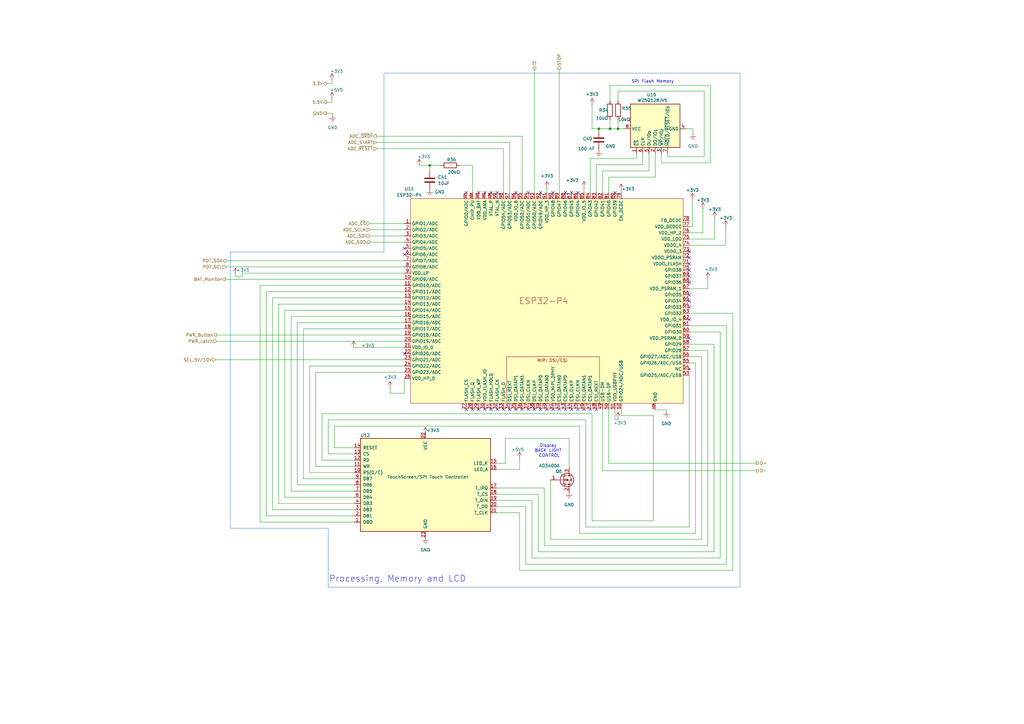
<source format=kicad_sch>
(kicad_sch
	(version 20250114)
	(generator "eeschema")
	(generator_version "9.0")
	(uuid "09a1d3fc-4941-4c1b-8c08-e2e3b831f7f2")
	(paper "A3")
	(title_block
		(date "2025-11-28")
	)
	
	(text "SPI Flash Memory\n"
		(exclude_from_sim no)
		(at 267.716 33.528 0)
		(effects
			(font
				(size 1.27 1.27)
			)
		)
		(uuid "0da7894f-ff41-4267-9f33-83a456b4a796")
	)
	(text "Display \nBACK LIGHT \nCONTROL\n"
		(exclude_from_sim no)
		(at 225.298 184.912 0)
		(effects
			(font
				(size 1.27 1.27)
			)
		)
		(uuid "3a471f45-5c09-4bc1-a440-b161d23e5e49")
	)
	(text "Processing, Memory and LCD"
		(exclude_from_sim no)
		(at 163.068 237.49 0)
		(effects
			(font
				(size 2.54 2.54)
			)
		)
		(uuid "f3b0f5ad-b985-49ac-8ba1-293b512cea4c")
	)
	(junction
		(at 253.492 52.832)
		(diameter 0)
		(color 0 0 0 0)
		(uuid "53319afb-879d-46b1-aa5a-9225abb254ae")
	)
	(junction
		(at 250.19 52.832)
		(diameter 0)
		(color 0 0 0 0)
		(uuid "5bb02580-d975-4cfc-b74b-036b5ad5e5d2")
	)
	(junction
		(at 176.276 67.818)
		(diameter 0)
		(color 0 0 0 0)
		(uuid "6f5a8339-734e-464a-a84d-25aac616d64c")
	)
	(junction
		(at 245.618 52.832)
		(diameter 0)
		(color 0 0 0 0)
		(uuid "ee714cec-22be-4898-8a51-1301469d2f35")
	)
	(no_connect
		(at 193.802 167.894)
		(uuid "0117149e-2e57-4be4-bf60-75dce4581241")
	)
	(no_connect
		(at 165.862 145.034)
		(uuid "03bbf1fe-1cec-417c-90aa-e6b9ca884966")
	)
	(no_connect
		(at 282.702 131.064)
		(uuid "05aab822-962a-48d4-ab0e-aa9c8f0b85a5")
	)
	(no_connect
		(at 282.702 113.284)
		(uuid "105e3358-d800-408b-91c1-49f9498dc5c0")
	)
	(no_connect
		(at 231.902 167.894)
		(uuid "1a1aaa83-2012-4f10-ab19-66c7076369bb")
	)
	(no_connect
		(at 201.422 78.994)
		(uuid "1f7ab6d8-41be-4e88-944f-5ff253cb1d3c")
	)
	(no_connect
		(at 203.962 167.894)
		(uuid "24a191b9-cc76-4065-8192-c25e73dbd140")
	)
	(no_connect
		(at 282.702 103.124)
		(uuid "28df035a-7ce2-4004-b15a-d9c6eeaa9a26")
	)
	(no_connect
		(at 196.342 78.994)
		(uuid "2c295030-00d9-46c6-a65f-67f132dcaf3e")
	)
	(no_connect
		(at 198.882 78.994)
		(uuid "387da514-42ec-41fd-b5ce-49318492bf96")
	)
	(no_connect
		(at 282.702 115.824)
		(uuid "3ac28164-3bb5-42de-be85-892163e3ef5a")
	)
	(no_connect
		(at 282.702 110.744)
		(uuid "43abe333-e9f8-4be3-9deb-04dbd16456e9")
	)
	(no_connect
		(at 216.662 167.894)
		(uuid "442d2d51-a0cb-4ecc-9daf-bccd51941727")
	)
	(no_connect
		(at 219.202 167.894)
		(uuid "452325e1-3223-4c48-9927-d1959dd566d6")
	)
	(no_connect
		(at 229.362 167.894)
		(uuid "54e5be24-05e7-4484-b260-bbd66eae046a")
	)
	(no_connect
		(at 221.742 78.994)
		(uuid "5832bc14-b49d-4aae-abef-16e8c9df2552")
	)
	(no_connect
		(at 165.862 101.854)
		(uuid "63438910-cc65-41a5-b5b5-4e26c6b38ef2")
	)
	(no_connect
		(at 211.582 167.894)
		(uuid "6a4ecfb4-a2e4-4669-84e0-a4669d60fedb")
	)
	(no_connect
		(at 252.222 78.994)
		(uuid "6b55633e-f6c2-4e71-960e-3c039298f053")
	)
	(no_connect
		(at 165.862 104.394)
		(uuid "75359bea-f805-4a8a-a4ab-00f650d8dada")
	)
	(no_connect
		(at 206.502 167.894)
		(uuid "75cf99f3-1392-4300-963c-22bcc2037853")
	)
	(no_connect
		(at 214.122 167.894)
		(uuid "78b83f00-e108-49b2-b914-3ff7363d892a")
	)
	(no_connect
		(at 236.982 78.994)
		(uuid "7a480a3b-504a-4626-b479-3e5273d2c786")
	)
	(no_connect
		(at 282.702 105.664)
		(uuid "8dd37f40-9f85-4a4c-be1c-38c50504141d")
	)
	(no_connect
		(at 242.062 167.894)
		(uuid "8f73357a-536b-4a82-8d03-59046eea1e6d")
	)
	(no_connect
		(at 191.262 78.994)
		(uuid "8fcc5189-1a59-486c-a502-eba2a0b6ab46")
	)
	(no_connect
		(at 191.262 167.894)
		(uuid "90135af9-f1b2-405d-91ba-997ed887f0e3")
	)
	(no_connect
		(at 239.522 167.894)
		(uuid "9081f50b-ae4b-4392-94a3-1ecede02da21")
	)
	(no_connect
		(at 231.902 78.994)
		(uuid "a42ed124-65f0-495d-93d6-f9c7a0968aa3")
	)
	(no_connect
		(at 236.982 167.894)
		(uuid "a683fa85-7a5b-4fdc-9200-bb5a865a4bf8")
	)
	(no_connect
		(at 221.742 167.894)
		(uuid "af415aeb-de06-497e-be54-e63a38a63721")
	)
	(no_connect
		(at 234.442 167.894)
		(uuid "b0e28b66-a6d1-4311-b696-cc0dacb986cf")
	)
	(no_connect
		(at 196.342 167.894)
		(uuid "bbf6a2f8-2580-4871-935a-40bf409bf0bc")
	)
	(no_connect
		(at 282.702 125.984)
		(uuid "c4657afb-1d6f-41ec-af58-cc40f1b9d9b1")
	)
	(no_connect
		(at 201.422 167.894)
		(uuid "c4cf974b-0f65-431d-b08b-5fc26c698032")
	)
	(no_connect
		(at 226.822 78.994)
		(uuid "cadd5256-a78f-4b21-99c6-2579c4c5d2c6")
	)
	(no_connect
		(at 282.702 123.444)
		(uuid "cbcddd08-907d-4558-a822-fcc87693fe9b")
	)
	(no_connect
		(at 224.282 167.894)
		(uuid "cc53a3fb-72ab-424e-9154-df8a171cecfd")
	)
	(no_connect
		(at 203.962 78.994)
		(uuid "cd1d00b8-c449-4c69-b189-bf6a8de94d8d")
	)
	(no_connect
		(at 216.662 78.994)
		(uuid "cdb1813e-92e4-43a3-ae2f-bf4633d54cfb")
	)
	(no_connect
		(at 209.042 167.894)
		(uuid "ce948036-d35b-4c90-8bd0-fd2aac8e37c7")
	)
	(no_connect
		(at 282.702 138.684)
		(uuid "dcb82e08-0e86-4b2f-b1af-4ce112d093b0")
	)
	(no_connect
		(at 234.442 78.994)
		(uuid "eb01ce6c-c987-435b-89d5-0ad3216ba794")
	)
	(no_connect
		(at 282.702 108.204)
		(uuid "ee987556-26d5-457e-a516-6714756f2e47")
	)
	(no_connect
		(at 198.882 167.894)
		(uuid "ef11ff1a-9fa5-40f8-a5df-b9b858805e7e")
	)
	(no_connect
		(at 226.822 167.894)
		(uuid "f0f87a7d-880e-4fcf-839c-bee153ff7452")
	)
	(no_connect
		(at 282.702 120.904)
		(uuid "f3f5dae9-e34e-4819-924d-4ff5ee8f66c6")
	)
	(no_connect
		(at 211.582 78.994)
		(uuid "f8c24e44-4c97-4a69-80a9-17bc616abff9")
	)
	(no_connect
		(at 244.602 167.894)
		(uuid "fce33fa1-6069-436b-be24-dffb7e4fdcc3")
	)
	(wire
		(pts
			(xy 254.762 78.994) (xy 254.762 77.978)
		)
		(stroke
			(width 0)
			(type default)
		)
		(uuid "004fd8f2-f594-47f6-9144-c9ba644be5dd")
	)
	(wire
		(pts
			(xy 290.322 114.3) (xy 290.322 118.364)
		)
		(stroke
			(width 0)
			(type default)
		)
		(uuid "0073a768-2852-47c9-a5c8-b380296ccfbe")
	)
	(wire
		(pts
			(xy 116.84 127.254) (xy 165.862 127.254)
		)
		(stroke
			(width 0)
			(type default)
		)
		(uuid "00f1ce0c-b736-4132-b401-995e949010be")
	)
	(wire
		(pts
			(xy 129.54 152.654) (xy 129.54 191.262)
		)
		(stroke
			(width 0)
			(type default)
		)
		(uuid "018f01bf-87e0-43b3-82a7-c0c02c354641")
	)
	(wire
		(pts
			(xy 233.426 179.832) (xy 233.426 191.77)
		)
		(stroke
			(width 0)
			(type default)
		)
		(uuid "01c41c33-2cdc-483d-aadc-132833859136")
	)
	(wire
		(pts
			(xy 111.76 122.174) (xy 111.76 209.042)
		)
		(stroke
			(width 0)
			(type default)
		)
		(uuid "02ffac26-1dc6-44a4-b869-fa686928e08b")
	)
	(wire
		(pts
			(xy 121.92 132.334) (xy 165.862 132.334)
		)
		(stroke
			(width 0)
			(type default)
		)
		(uuid "03257625-f645-45b1-a8cf-4297081efcc7")
	)
	(wire
		(pts
			(xy 288.798 64.262) (xy 273.812 64.262)
		)
		(stroke
			(width 0)
			(type default)
		)
		(uuid "037f615c-5ef1-42d6-8f18-54576c27914a")
	)
	(wire
		(pts
			(xy 214.122 78.994) (xy 214.122 55.88)
		)
		(stroke
			(width 0)
			(type default)
		)
		(uuid "0385aa03-0b67-47c3-b704-6080b7de646d")
	)
	(wire
		(pts
			(xy 203.708 192.532) (xy 213.106 192.532)
		)
		(stroke
			(width 0)
			(type default)
		)
		(uuid "09eaa481-0278-4021-83d4-55a0481615d4")
	)
	(wire
		(pts
			(xy 282.702 128.524) (xy 300.482 128.524)
		)
		(stroke
			(width 0)
			(type default)
		)
		(uuid "0ee99713-8a3e-419b-b992-4ca96131f471")
	)
	(wire
		(pts
			(xy 176.276 67.818) (xy 180.848 67.818)
		)
		(stroke
			(width 0)
			(type default)
		)
		(uuid "0f1807be-4bfc-4367-823b-6aea1a21d30b")
	)
	(wire
		(pts
			(xy 145.288 214.122) (xy 106.68 214.122)
		)
		(stroke
			(width 0)
			(type default)
		)
		(uuid "120a1120-3789-4b62-8815-01b5adcde045")
	)
	(wire
		(pts
			(xy 267.97 213.614) (xy 267.97 170.434)
		)
		(stroke
			(width 0)
			(type default)
		)
		(uuid "12392e61-723d-4182-b5c8-7d513ed3a98e")
	)
	(wire
		(pts
			(xy 88.392 147.574) (xy 165.862 147.574)
		)
		(stroke
			(width 0)
			(type default)
		)
		(uuid "13e2f5d2-4090-4fe9-bfc7-5d8e357b63c6")
	)
	(wire
		(pts
			(xy 247.142 193.04) (xy 247.142 167.894)
		)
		(stroke
			(width 0)
			(type default)
		)
		(uuid "1433653b-8999-4ae3-89a0-0901e6f26986")
	)
	(wire
		(pts
			(xy 215.646 231.394) (xy 297.942 231.394)
		)
		(stroke
			(width 0)
			(type default)
		)
		(uuid "181b0380-fd77-40e3-8897-1f61ff6614b1")
	)
	(wire
		(pts
			(xy 165.862 155.194) (xy 165.862 161.29)
		)
		(stroke
			(width 0)
			(type default)
		)
		(uuid "19a260a4-4d18-4a15-a820-cecc41af7154")
	)
	(wire
		(pts
			(xy 133.858 34.29) (xy 136.144 34.29)
		)
		(stroke
			(width 0)
			(type default)
		)
		(uuid "1bcfdbd9-fa0b-452b-9260-125c68b38e8c")
	)
	(wire
		(pts
			(xy 229.362 28.448) (xy 229.362 78.994)
		)
		(stroke
			(width 0)
			(type default)
		)
		(uuid "1dafd144-3070-4018-b6c3-ee5e3018cfa6")
	)
	(wire
		(pts
			(xy 292.862 141.224) (xy 292.862 226.314)
		)
		(stroke
			(width 0)
			(type default)
		)
		(uuid "1e9d04fb-59b3-4177-9b08-c519a33a3489")
	)
	(wire
		(pts
			(xy 88.9 137.414) (xy 165.862 137.414)
		)
		(stroke
			(width 0)
			(type default)
		)
		(uuid "1f06a1bd-d249-4b90-9d22-bd78d5b3c99f")
	)
	(wire
		(pts
			(xy 273.304 168.148) (xy 273.304 168.656)
		)
		(stroke
			(width 0)
			(type default)
		)
		(uuid "1f215da6-867d-40ab-a5a4-5ca852919d09")
	)
	(wire
		(pts
			(xy 282.702 92.964) (xy 283.972 92.964)
		)
		(stroke
			(width 0)
			(type default)
		)
		(uuid "208c4ee0-e684-4a57-a467-e372b2388ad7")
	)
	(wire
		(pts
			(xy 99.314 113.284) (xy 99.314 112.014)
		)
		(stroke
			(width 0)
			(type default)
		)
		(uuid "21534ba4-6113-4aba-b0a9-0e77aa14a191")
	)
	(wire
		(pts
			(xy 218.186 205.232) (xy 218.186 228.854)
		)
		(stroke
			(width 0)
			(type default)
		)
		(uuid "26987f01-c7fd-4dd2-bb24-64fda2a2afc4")
	)
	(wire
		(pts
			(xy 99.314 112.014) (xy 165.862 112.014)
		)
		(stroke
			(width 0)
			(type default)
		)
		(uuid "2926f903-5243-4311-bd6b-86eee107466b")
	)
	(wire
		(pts
			(xy 250.19 52.832) (xy 253.492 52.832)
		)
		(stroke
			(width 0)
			(type default)
		)
		(uuid "29effd32-9058-467f-b734-7e6f2b2003eb")
	)
	(wire
		(pts
			(xy 124.46 196.342) (xy 145.288 196.342)
		)
		(stroke
			(width 0)
			(type default)
		)
		(uuid "29f5c728-d7c3-4795-bbb4-32725150773b")
	)
	(wire
		(pts
			(xy 127 193.802) (xy 145.288 193.802)
		)
		(stroke
			(width 0)
			(type default)
		)
		(uuid "2a15dc9d-a478-4506-89f5-e01819863a7a")
	)
	(wire
		(pts
			(xy 288.29 85.598) (xy 288.29 95.504)
		)
		(stroke
			(width 0)
			(type default)
		)
		(uuid "2b626f1b-1835-46c1-b7ac-13d2c21f89a8")
	)
	(wire
		(pts
			(xy 254.762 170.434) (xy 267.97 170.434)
		)
		(stroke
			(width 0)
			(type default)
		)
		(uuid "32b42461-e1fc-4774-a02d-00926581adf8")
	)
	(wire
		(pts
			(xy 114.3 124.714) (xy 114.3 206.502)
		)
		(stroke
			(width 0)
			(type default)
		)
		(uuid "33834499-2492-49eb-8e38-9e398f1a62c0")
	)
	(wire
		(pts
			(xy 151.638 94.234) (xy 165.862 94.234)
		)
		(stroke
			(width 0)
			(type default)
		)
		(uuid "3411adec-1951-452e-ad9f-ec4a616b5348")
	)
	(wire
		(pts
			(xy 92.71 109.474) (xy 165.862 109.474)
		)
		(stroke
			(width 0)
			(type default)
		)
		(uuid "35e3a65a-eeff-448e-bf25-c304c4eef4f0")
	)
	(wire
		(pts
			(xy 111.76 122.174) (xy 165.862 122.174)
		)
		(stroke
			(width 0)
			(type default)
		)
		(uuid "3898a28a-84a6-48d0-af0e-a30016db4a00")
	)
	(wire
		(pts
			(xy 250.19 35.052) (xy 291.338 35.052)
		)
		(stroke
			(width 0)
			(type default)
		)
		(uuid "38a34325-a783-41b3-aea0-7fa2e1c43476")
	)
	(wire
		(pts
			(xy 271.272 62.992) (xy 271.272 66.802)
		)
		(stroke
			(width 0)
			(type default)
		)
		(uuid "38a6cac4-d83b-4df4-ab4c-30d6393e999a")
	)
	(wire
		(pts
			(xy 252.222 172.212) (xy 253.492 172.212)
		)
		(stroke
			(width 0)
			(type default)
		)
		(uuid "39da241c-aa97-42b7-83e6-8f9d10124124")
	)
	(wire
		(pts
			(xy 242.824 169.672) (xy 242.824 213.614)
		)
		(stroke
			(width 0)
			(type default)
		)
		(uuid "3bbc8347-2a13-4cf4-9aab-e93bd303b0e2")
	)
	(wire
		(pts
			(xy 253.492 52.832) (xy 256.032 52.832)
		)
		(stroke
			(width 0)
			(type default)
		)
		(uuid "3c8bf28d-0542-4ce4-8b30-e8dcdc221e96")
	)
	(wire
		(pts
			(xy 295.402 136.144) (xy 295.402 228.854)
		)
		(stroke
			(width 0)
			(type default)
		)
		(uuid "3cf8bee9-1197-4f9f-b75a-3bb251762c6f")
	)
	(wire
		(pts
			(xy 292.862 141.224) (xy 282.702 141.224)
		)
		(stroke
			(width 0)
			(type default)
		)
		(uuid "3e1b327c-9cdb-4264-b33a-b3041bc95d60")
	)
	(wire
		(pts
			(xy 300.482 128.524) (xy 300.482 233.934)
		)
		(stroke
			(width 0)
			(type default)
		)
		(uuid "40b64ebe-ab99-4b2d-90d2-abd869d4a85a")
	)
	(wire
		(pts
			(xy 116.84 127.254) (xy 116.84 203.962)
		)
		(stroke
			(width 0)
			(type default)
		)
		(uuid "412178e5-5d26-4d6d-8470-1f9e166729a5")
	)
	(wire
		(pts
			(xy 287.782 146.304) (xy 287.782 221.234)
		)
		(stroke
			(width 0)
			(type default)
		)
		(uuid "41665786-9679-4b7e-873c-a911654f3690")
	)
	(wire
		(pts
			(xy 240.284 172.212) (xy 240.284 216.154)
		)
		(stroke
			(width 0)
			(type default)
		)
		(uuid "4215381b-77a4-4d01-9503-15486146fcb4")
	)
	(wire
		(pts
			(xy 151.638 91.694) (xy 165.862 91.694)
		)
		(stroke
			(width 0)
			(type default)
		)
		(uuid "447d8c0f-f3a0-4889-9fe1-98a229b33c89")
	)
	(wire
		(pts
			(xy 237.744 218.694) (xy 285.242 218.694)
		)
		(stroke
			(width 0)
			(type default)
		)
		(uuid "491fa8ef-d1e2-4ee3-b85d-306a2ededf88")
	)
	(wire
		(pts
			(xy 207.264 189.992) (xy 203.708 189.992)
		)
		(stroke
			(width 0)
			(type default)
		)
		(uuid "49c6eb63-658f-41f3-a6e5-779425c9d01b")
	)
	(wire
		(pts
			(xy 223.266 200.152) (xy 223.266 223.774)
		)
		(stroke
			(width 0)
			(type default)
		)
		(uuid "4ba6cf25-9fe0-4f59-9e61-0c442f24c380")
	)
	(wire
		(pts
			(xy 154.432 60.96) (xy 206.502 60.96)
		)
		(stroke
			(width 0)
			(type default)
		)
		(uuid "4cc56017-cbc4-4923-a604-90c8910cccf2")
	)
	(wire
		(pts
			(xy 239.522 76.962) (xy 239.522 78.994)
		)
		(stroke
			(width 0)
			(type default)
		)
		(uuid "50714385-c997-4cd3-8542-e9fce99cd0e3")
	)
	(wire
		(pts
			(xy 249.682 189.992) (xy 249.682 167.894)
		)
		(stroke
			(width 0)
			(type default)
		)
		(uuid "5390a38d-d817-444c-ad3b-9bcdf6913c8d")
	)
	(wire
		(pts
			(xy 121.92 132.334) (xy 121.92 198.882)
		)
		(stroke
			(width 0)
			(type default)
		)
		(uuid "53c7b61c-7535-4269-9c83-892353ee1c6c")
	)
	(wire
		(pts
			(xy 174.498 177.292) (xy 174.498 177.8)
		)
		(stroke
			(width 0)
			(type default)
		)
		(uuid "53cfab30-d35f-47ba-a5ae-96dbbe1b42ab")
	)
	(wire
		(pts
			(xy 92.456 114.554) (xy 165.862 114.554)
		)
		(stroke
			(width 0)
			(type default)
		)
		(uuid "54b8f8a8-d812-486a-888d-be4db8a92aa1")
	)
	(wire
		(pts
			(xy 282.702 148.844) (xy 285.242 148.844)
		)
		(stroke
			(width 0)
			(type default)
		)
		(uuid "561b25f1-745b-4244-a52c-76c0900c004e")
	)
	(wire
		(pts
			(xy 290.322 143.764) (xy 282.702 143.764)
		)
		(stroke
			(width 0)
			(type default)
		)
		(uuid "56a0136b-d02e-4ade-9976-5b0a99b363a7")
	)
	(wire
		(pts
			(xy 291.338 66.802) (xy 291.338 35.052)
		)
		(stroke
			(width 0)
			(type default)
		)
		(uuid "57bb48fd-3f75-4462-96bd-cfc4a153919c")
	)
	(wire
		(pts
			(xy 249.682 189.992) (xy 310.134 189.992)
		)
		(stroke
			(width 0)
			(type default)
		)
		(uuid "57f30657-4f15-4e1c-b1c5-182879282653")
	)
	(wire
		(pts
			(xy 242.824 52.832) (xy 245.618 52.832)
		)
		(stroke
			(width 0)
			(type default)
		)
		(uuid "586a976d-7ed3-452c-b1f3-f57033bb5f56")
	)
	(wire
		(pts
			(xy 154.432 58.42) (xy 209.042 58.42)
		)
		(stroke
			(width 0)
			(type default)
		)
		(uuid "58a5e6c7-d00c-405b-aa8f-7a4e95dab844")
	)
	(wire
		(pts
			(xy 160.02 161.29) (xy 165.862 161.29)
		)
		(stroke
			(width 0)
			(type default)
		)
		(uuid "597f05db-1b16-4cc3-b463-794ec54e5481")
	)
	(wire
		(pts
			(xy 225.806 196.85) (xy 225.806 221.234)
		)
		(stroke
			(width 0)
			(type default)
		)
		(uuid "5ec7932b-cf0f-45a3-b4af-35c2da91bbaa")
	)
	(wire
		(pts
			(xy 268.732 168.148) (xy 268.732 167.894)
		)
		(stroke
			(width 0)
			(type default)
		)
		(uuid "605bc283-d5ef-4a65-a906-df4dc897d7c0")
	)
	(wire
		(pts
			(xy 154.432 55.88) (xy 214.122 55.88)
		)
		(stroke
			(width 0)
			(type default)
		)
		(uuid "60af7d69-2c72-4b52-8349-6f43223e3d1f")
	)
	(wire
		(pts
			(xy 203.708 210.312) (xy 213.106 210.312)
		)
		(stroke
			(width 0)
			(type default)
		)
		(uuid "6186e282-f114-4378-bd7a-24e625d4bdaa")
	)
	(wire
		(pts
			(xy 225.806 221.234) (xy 287.782 221.234)
		)
		(stroke
			(width 0)
			(type default)
		)
		(uuid "64de2155-7556-4109-be9a-a100c0a86d20")
	)
	(wire
		(pts
			(xy 223.266 223.774) (xy 290.322 223.774)
		)
		(stroke
			(width 0)
			(type default)
		)
		(uuid "64fdada2-0496-4ca8-b195-7235dc0ec01d")
	)
	(wire
		(pts
			(xy 136.398 46.482) (xy 136.398 47.244)
		)
		(stroke
			(width 0)
			(type default)
		)
		(uuid "65836ea9-ffcb-440a-8c80-622e97453745")
	)
	(wire
		(pts
			(xy 96.52 113.284) (xy 96.52 112.522)
		)
		(stroke
			(width 0)
			(type default)
		)
		(uuid "66e5703a-bc76-4ec6-bad4-0d8b4513bb2c")
	)
	(wire
		(pts
			(xy 119.38 129.794) (xy 165.862 129.794)
		)
		(stroke
			(width 0)
			(type default)
		)
		(uuid "6902ffa3-778f-4f23-a754-98e0776a5ec0")
	)
	(wire
		(pts
			(xy 160.02 159.004) (xy 160.02 161.29)
		)
		(stroke
			(width 0)
			(type default)
		)
		(uuid "69cb284e-25d8-4ca5-a186-a6d008d49e23")
	)
	(wire
		(pts
			(xy 282.702 95.504) (xy 288.29 95.504)
		)
		(stroke
			(width 0)
			(type default)
		)
		(uuid "6b82b6c3-a6dd-4651-bbe9-8eee779d8442")
	)
	(wire
		(pts
			(xy 245.618 52.832) (xy 250.19 52.832)
		)
		(stroke
			(width 0)
			(type default)
		)
		(uuid "6dc09856-b87e-4e10-a68b-0be0d9f995ef")
	)
	(wire
		(pts
			(xy 207.264 179.832) (xy 233.426 179.832)
		)
		(stroke
			(width 0)
			(type default)
		)
		(uuid "6eaa2379-505d-494e-80bd-5afbd9fbc746")
	)
	(wire
		(pts
			(xy 116.84 203.962) (xy 145.288 203.962)
		)
		(stroke
			(width 0)
			(type default)
		)
		(uuid "6f3420b9-2eaa-4a81-9a1b-185b6514aa14")
	)
	(wire
		(pts
			(xy 219.202 28.448) (xy 219.202 78.994)
		)
		(stroke
			(width 0)
			(type default)
		)
		(uuid "71fc8b90-db8e-4ea5-b58e-ed8a9b5f4e41")
	)
	(wire
		(pts
			(xy 207.264 179.832) (xy 207.264 189.992)
		)
		(stroke
			(width 0)
			(type default)
		)
		(uuid "72f6deff-a35c-4d75-9e29-841561dc353d")
	)
	(wire
		(pts
			(xy 249.682 78.994) (xy 249.682 72.644)
		)
		(stroke
			(width 0)
			(type default)
		)
		(uuid "7330b181-949a-4d69-9d41-261837235de3")
	)
	(wire
		(pts
			(xy 171.958 67.818) (xy 176.276 67.818)
		)
		(stroke
			(width 0)
			(type default)
		)
		(uuid "75aa3f2f-fd38-4e96-aa87-d4e0b8d2ceeb")
	)
	(wire
		(pts
			(xy 266.192 70.104) (xy 266.192 62.992)
		)
		(stroke
			(width 0)
			(type default)
		)
		(uuid "771d846f-f0ae-4944-87f2-745dc6ae6100")
	)
	(wire
		(pts
			(xy 245.618 61.722) (xy 245.618 61.214)
		)
		(stroke
			(width 0)
			(type default)
		)
		(uuid "7a612d16-6fdd-4a16-807c-1d2d6e8b8ae8")
	)
	(wire
		(pts
			(xy 145.288 183.642) (xy 137.16 183.642)
		)
		(stroke
			(width 0)
			(type default)
		)
		(uuid "7a65bfdb-fdf5-43c7-8d43-9f05ab70819f")
	)
	(wire
		(pts
			(xy 137.16 183.642) (xy 137.16 174.752)
		)
		(stroke
			(width 0)
			(type default)
		)
		(uuid "7b4e91c3-d4d5-48c8-801b-6a54ef44e91b")
	)
	(wire
		(pts
			(xy 282.702 98.044) (xy 293.116 98.044)
		)
		(stroke
			(width 0)
			(type default)
		)
		(uuid "7b993117-7bae-4fbf-9c29-574be02c6450")
	)
	(wire
		(pts
			(xy 145.034 142.494) (xy 165.862 142.494)
		)
		(stroke
			(width 0)
			(type default)
		)
		(uuid "7c458468-b0f7-45ed-b604-8593d8f0ef08")
	)
	(wire
		(pts
			(xy 220.726 202.692) (xy 220.726 226.314)
		)
		(stroke
			(width 0)
			(type default)
		)
		(uuid "7c987538-f8f1-4383-adae-3d6cfd85dea6")
	)
	(wire
		(pts
			(xy 242.824 213.614) (xy 267.97 213.614)
		)
		(stroke
			(width 0)
			(type default)
		)
		(uuid "7d487fd7-f905-4be1-9348-9b616f9503d5")
	)
	(wire
		(pts
			(xy 124.46 134.874) (xy 165.862 134.874)
		)
		(stroke
			(width 0)
			(type default)
		)
		(uuid "7eea7360-4b15-4250-9ea9-44f4cd4954c6")
	)
	(wire
		(pts
			(xy 297.688 92.964) (xy 297.688 100.584)
		)
		(stroke
			(width 0)
			(type default)
		)
		(uuid "7f3f70a8-9cb0-4fc1-8e6f-6deb4ec99042")
	)
	(wire
		(pts
			(xy 244.602 67.564) (xy 263.652 67.564)
		)
		(stroke
			(width 0)
			(type default)
		)
		(uuid "7f5b9418-7677-472b-abe9-985161ab9c19")
	)
	(wire
		(pts
			(xy 247.142 70.104) (xy 266.192 70.104)
		)
		(stroke
			(width 0)
			(type default)
		)
		(uuid "802a9c54-acc2-4e51-bbe9-2ba33def6565")
	)
	(wire
		(pts
			(xy 106.68 117.094) (xy 106.68 214.122)
		)
		(stroke
			(width 0)
			(type default)
		)
		(uuid "80465bfa-ae37-432f-90be-4e8fe4ebd5be")
	)
	(wire
		(pts
			(xy 124.46 134.874) (xy 124.46 196.342)
		)
		(stroke
			(width 0)
			(type default)
		)
		(uuid "8326ce1a-4432-43db-b2f8-a72a54e1253c")
	)
	(wire
		(pts
			(xy 129.54 152.654) (xy 165.862 152.654)
		)
		(stroke
			(width 0)
			(type default)
		)
		(uuid "833bcb9a-f548-4629-a68e-03be7b740bf6")
	)
	(wire
		(pts
			(xy 242.062 78.994) (xy 242.062 65.024)
		)
		(stroke
			(width 0)
			(type default)
		)
		(uuid "83b81bce-4235-48f8-9368-d8f6dc0878da")
	)
	(wire
		(pts
			(xy 145.288 211.582) (xy 109.22 211.582)
		)
		(stroke
			(width 0)
			(type default)
		)
		(uuid "848a9760-be26-4366-ae9f-9982bf2a7e1d")
	)
	(wire
		(pts
			(xy 282.702 118.364) (xy 290.322 118.364)
		)
		(stroke
			(width 0)
			(type default)
		)
		(uuid "86c58f80-39c3-417b-9858-a5f373097a15")
	)
	(wire
		(pts
			(xy 134.62 186.182) (xy 134.62 172.212)
		)
		(stroke
			(width 0)
			(type default)
		)
		(uuid "86ce84d5-4588-4019-b49f-2345f8ea47ed")
	)
	(wire
		(pts
			(xy 121.92 198.882) (xy 145.288 198.882)
		)
		(stroke
			(width 0)
			(type default)
		)
		(uuid "8716b11b-a8cc-424d-b0e7-6517d1056a41")
	)
	(wire
		(pts
			(xy 247.142 78.994) (xy 247.142 70.104)
		)
		(stroke
			(width 0)
			(type default)
		)
		(uuid "8a390ddc-81be-4050-9b07-cd8fa48adc57")
	)
	(wire
		(pts
			(xy 145.288 188.722) (xy 132.08 188.722)
		)
		(stroke
			(width 0)
			(type default)
		)
		(uuid "8efa32d0-12d5-4546-a745-40f212392965")
	)
	(wire
		(pts
			(xy 253.492 37.338) (xy 288.798 37.338)
		)
		(stroke
			(width 0)
			(type default)
		)
		(uuid "8ff4a42c-642a-4b21-b7b3-4169ea21b938")
	)
	(wire
		(pts
			(xy 129.54 191.262) (xy 145.288 191.262)
		)
		(stroke
			(width 0)
			(type default)
		)
		(uuid "90157b9b-808e-4da9-83e0-a681a6b293a7")
	)
	(wire
		(pts
			(xy 88.9 139.954) (xy 165.862 139.954)
		)
		(stroke
			(width 0)
			(type default)
		)
		(uuid "91221999-648e-4ca3-a028-1c47c6a36ebc")
	)
	(wire
		(pts
			(xy 273.304 168.148) (xy 268.732 168.148)
		)
		(stroke
			(width 0)
			(type default)
		)
		(uuid "93406e70-2b6a-4484-822d-aa0430128cac")
	)
	(wire
		(pts
			(xy 106.68 117.094) (xy 165.862 117.094)
		)
		(stroke
			(width 0)
			(type default)
		)
		(uuid "958ceb0f-8c34-4c40-923c-ff8233164638")
	)
	(wire
		(pts
			(xy 249.682 72.644) (xy 268.732 72.644)
		)
		(stroke
			(width 0)
			(type default)
		)
		(uuid "9ac784bf-9897-450b-8531-e4d88af0d8b3")
	)
	(wire
		(pts
			(xy 252.222 167.894) (xy 252.222 172.212)
		)
		(stroke
			(width 0)
			(type default)
		)
		(uuid "9dcb83b7-6e6b-4c1d-9aa9-4ba3adca245d")
	)
	(wire
		(pts
			(xy 213.106 233.934) (xy 300.482 233.934)
		)
		(stroke
			(width 0)
			(type default)
		)
		(uuid "9e04bc47-9e81-4489-9993-a0562048142d")
	)
	(wire
		(pts
			(xy 253.492 41.402) (xy 253.492 37.338)
		)
		(stroke
			(width 0)
			(type default)
		)
		(uuid "9e8b819a-d748-4bd9-8c30-f8dc1998ac6b")
	)
	(wire
		(pts
			(xy 206.502 60.96) (xy 206.502 78.994)
		)
		(stroke
			(width 0)
			(type default)
		)
		(uuid "a01b8f59-26ff-4dec-84cf-622187f24c8f")
	)
	(wire
		(pts
			(xy 293.116 98.044) (xy 293.116 89.408)
		)
		(stroke
			(width 0)
			(type default)
		)
		(uuid "a0419dd4-4246-45d8-b0ca-a28d62ccd7e2")
	)
	(wire
		(pts
			(xy 263.652 67.564) (xy 263.652 62.992)
		)
		(stroke
			(width 0)
			(type default)
		)
		(uuid "a13ad54b-1a43-4e56-94d2-2963b8795f6a")
	)
	(wire
		(pts
			(xy 114.3 206.502) (xy 145.288 206.502)
		)
		(stroke
			(width 0)
			(type default)
		)
		(uuid "a21db002-cc78-4853-8ddd-43316475bb49")
	)
	(wire
		(pts
			(xy 188.468 67.818) (xy 193.802 67.818)
		)
		(stroke
			(width 0)
			(type default)
		)
		(uuid "a25431a2-bd46-4e1c-abdf-214e3a926c17")
	)
	(wire
		(pts
			(xy 133.858 41.91) (xy 136.144 41.91)
		)
		(stroke
			(width 0)
			(type default)
		)
		(uuid "a359b57c-a50d-4e30-88e7-7397f0650bb9")
	)
	(wire
		(pts
			(xy 176.276 67.818) (xy 176.276 70.104)
		)
		(stroke
			(width 0)
			(type default)
		)
		(uuid "a4899520-cb94-415a-90ad-ce1858cb508f")
	)
	(wire
		(pts
			(xy 245.618 53.594) (xy 245.618 52.832)
		)
		(stroke
			(width 0)
			(type default)
		)
		(uuid "a8db2a58-56e1-4f6c-8740-68d6c1ff6d87")
	)
	(wire
		(pts
			(xy 224.282 76.962) (xy 224.282 78.994)
		)
		(stroke
			(width 0)
			(type default)
		)
		(uuid "a99e4725-7d09-4597-98af-efab2948f6e9")
	)
	(wire
		(pts
			(xy 119.38 201.422) (xy 145.288 201.422)
		)
		(stroke
			(width 0)
			(type default)
		)
		(uuid "adbb7072-f7c0-4817-b1a4-e5a8f91248b9")
	)
	(wire
		(pts
			(xy 136.144 32.766) (xy 136.144 34.29)
		)
		(stroke
			(width 0)
			(type default)
		)
		(uuid "af227f57-c2f6-4f9e-8375-91ec13ecd2b1")
	)
	(wire
		(pts
			(xy 261.112 65.024) (xy 261.112 62.992)
		)
		(stroke
			(width 0)
			(type default)
		)
		(uuid "b175e6aa-6f3d-40e2-8393-187f8ca698f0")
	)
	(wire
		(pts
			(xy 145.288 209.042) (xy 111.76 209.042)
		)
		(stroke
			(width 0)
			(type default)
		)
		(uuid "b3c5592f-f301-4535-9ab4-a55523765357")
	)
	(wire
		(pts
			(xy 133.858 46.482) (xy 136.398 46.482)
		)
		(stroke
			(width 0)
			(type default)
		)
		(uuid "b49aedbe-9fc5-4b98-a49f-6cfc981925da")
	)
	(wire
		(pts
			(xy 99.314 113.284) (xy 96.52 113.284)
		)
		(stroke
			(width 0)
			(type default)
		)
		(uuid "b52714f2-d3c9-4194-8aa7-a156f8638a4a")
	)
	(wire
		(pts
			(xy 290.322 143.764) (xy 290.322 223.774)
		)
		(stroke
			(width 0)
			(type default)
		)
		(uuid "b582a00e-bc03-48f1-a19b-5100ae738617")
	)
	(wire
		(pts
			(xy 282.702 100.584) (xy 297.688 100.584)
		)
		(stroke
			(width 0)
			(type default)
		)
		(uuid "b68a3810-221f-4942-b07c-54be52795634")
	)
	(wire
		(pts
			(xy 285.242 148.844) (xy 285.242 218.694)
		)
		(stroke
			(width 0)
			(type default)
		)
		(uuid "b6e9b227-6bbf-4e14-92a7-4dc68c4d98d1")
	)
	(wire
		(pts
			(xy 283.972 81.788) (xy 283.972 92.964)
		)
		(stroke
			(width 0)
			(type default)
		)
		(uuid "b7706026-53b0-4e32-8adb-a989e5d1a058")
	)
	(wire
		(pts
			(xy 237.744 174.752) (xy 237.744 218.694)
		)
		(stroke
			(width 0)
			(type default)
		)
		(uuid "b9d49c74-995a-4666-b6c6-5f4052f0357d")
	)
	(wire
		(pts
			(xy 203.708 200.152) (xy 223.266 200.152)
		)
		(stroke
			(width 0)
			(type default)
		)
		(uuid "ba6dc1da-ce74-4048-9719-e1d19e053118")
	)
	(wire
		(pts
			(xy 250.19 49.022) (xy 250.19 52.832)
		)
		(stroke
			(width 0)
			(type default)
		)
		(uuid "bab80dd3-1df7-4c9f-8a05-88e136e4f63f")
	)
	(wire
		(pts
			(xy 213.106 210.312) (xy 213.106 233.934)
		)
		(stroke
			(width 0)
			(type default)
		)
		(uuid "baffe772-6ccd-460c-81d8-8c2fdae3ea68")
	)
	(wire
		(pts
			(xy 268.732 62.992) (xy 268.732 72.644)
		)
		(stroke
			(width 0)
			(type default)
		)
		(uuid "bd14ff54-fc3f-44be-925c-beca2579d1be")
	)
	(wire
		(pts
			(xy 254.762 167.894) (xy 254.762 170.434)
		)
		(stroke
			(width 0)
			(type default)
		)
		(uuid "bdc38116-1619-4957-9f05-61429da489a2")
	)
	(wire
		(pts
			(xy 218.186 228.854) (xy 295.402 228.854)
		)
		(stroke
			(width 0)
			(type default)
		)
		(uuid "be9d6776-1de7-414c-baaf-0eacea47f5dd")
	)
	(wire
		(pts
			(xy 209.042 78.994) (xy 209.042 58.42)
		)
		(stroke
			(width 0)
			(type default)
		)
		(uuid "c0472c96-7fd9-4bba-a811-24f0c61c48c4")
	)
	(wire
		(pts
			(xy 203.708 207.772) (xy 215.646 207.772)
		)
		(stroke
			(width 0)
			(type default)
		)
		(uuid "c150a9cc-7175-4645-bcb8-385bbd2b6f71")
	)
	(wire
		(pts
			(xy 203.708 202.692) (xy 220.726 202.692)
		)
		(stroke
			(width 0)
			(type default)
		)
		(uuid "c2a79f97-cd41-43fe-b358-485127cfbf2b")
	)
	(wire
		(pts
			(xy 244.602 78.994) (xy 244.602 67.564)
		)
		(stroke
			(width 0)
			(type default)
		)
		(uuid "c2d1d6eb-5c9f-4bda-8a05-094acecc92cd")
	)
	(wire
		(pts
			(xy 193.802 67.818) (xy 193.802 78.994)
		)
		(stroke
			(width 0)
			(type default)
		)
		(uuid "c44140f6-44d8-4ec8-a8b2-8debc31e57b2")
	)
	(wire
		(pts
			(xy 92.71 106.934) (xy 165.862 106.934)
		)
		(stroke
			(width 0)
			(type default)
		)
		(uuid "c6136ea3-838d-41e4-92f2-c7c515af3e84")
	)
	(wire
		(pts
			(xy 119.38 129.794) (xy 119.38 201.422)
		)
		(stroke
			(width 0)
			(type default)
		)
		(uuid "c6d2fee0-fc12-4561-a4aa-c2daaba22b39")
	)
	(wire
		(pts
			(xy 242.824 42.926) (xy 242.824 52.832)
		)
		(stroke
			(width 0)
			(type default)
		)
		(uuid "ca14c7ae-a3f7-4f4d-bd7d-4e168a73ca9d")
	)
	(wire
		(pts
			(xy 284.226 52.832) (xy 284.226 54.864)
		)
		(stroke
			(width 0)
			(type default)
		)
		(uuid "cb045329-e5a4-49a1-85c7-4f9ed394fe56")
	)
	(wire
		(pts
			(xy 273.812 64.262) (xy 273.812 62.992)
		)
		(stroke
			(width 0)
			(type default)
		)
		(uuid "cc859977-84a7-4271-92d4-4462695afd51")
	)
	(wire
		(pts
			(xy 132.08 169.672) (xy 242.824 169.672)
		)
		(stroke
			(width 0)
			(type default)
		)
		(uuid "ced3dfbb-d2e9-41e3-a3e7-61fec3630f10")
	)
	(wire
		(pts
			(xy 109.22 119.634) (xy 165.862 119.634)
		)
		(stroke
			(width 0)
			(type default)
		)
		(uuid "d0035354-6bb2-4be3-90f5-8e5c0dba60de")
	)
	(wire
		(pts
			(xy 132.08 188.722) (xy 132.08 169.672)
		)
		(stroke
			(width 0)
			(type default)
		)
		(uuid "d478b9d5-2d73-4c30-82d8-b2bcec2dfdd2")
	)
	(wire
		(pts
			(xy 203.708 205.232) (xy 218.186 205.232)
		)
		(stroke
			(width 0)
			(type default)
		)
		(uuid "d6492eed-451c-4844-b481-a94e7239356e")
	)
	(wire
		(pts
			(xy 297.942 133.604) (xy 297.942 231.394)
		)
		(stroke
			(width 0)
			(type default)
		)
		(uuid "d8481fa1-65a1-42c7-b072-55be3fed9c22")
	)
	(wire
		(pts
			(xy 114.3 124.714) (xy 165.862 124.714)
		)
		(stroke
			(width 0)
			(type default)
		)
		(uuid "d8fc36ba-3900-4fa8-9bb1-287b53a6d26d")
	)
	(wire
		(pts
			(xy 220.726 226.314) (xy 292.862 226.314)
		)
		(stroke
			(width 0)
			(type default)
		)
		(uuid "d9513940-2772-4cf7-a11a-5cac53b67cc8")
	)
	(wire
		(pts
			(xy 310.134 193.04) (xy 247.142 193.04)
		)
		(stroke
			(width 0)
			(type default)
		)
		(uuid "da5c59f4-9d5f-458a-9a13-26c7a7fe84da")
	)
	(wire
		(pts
			(xy 109.22 119.634) (xy 109.22 211.582)
		)
		(stroke
			(width 0)
			(type default)
		)
		(uuid "dac478c8-e94b-4f89-ad2b-c881ae808c87")
	)
	(wire
		(pts
			(xy 127 150.114) (xy 165.862 150.114)
		)
		(stroke
			(width 0)
			(type default)
		)
		(uuid "de57809a-1a7f-464e-95a5-4ab4ceaba60e")
	)
	(wire
		(pts
			(xy 288.798 37.338) (xy 288.798 64.262)
		)
		(stroke
			(width 0)
			(type default)
		)
		(uuid "e051b3f2-835d-4a52-9a53-6de9b3683718")
	)
	(wire
		(pts
			(xy 213.106 192.532) (xy 213.106 187.96)
		)
		(stroke
			(width 0)
			(type default)
		)
		(uuid "e481fdae-316f-4ebc-bc0b-d7778704f564")
	)
	(wire
		(pts
			(xy 253.492 171.704) (xy 253.492 172.212)
		)
		(stroke
			(width 0)
			(type default)
		)
		(uuid "e5e31835-e96b-4852-9382-322416bfe934")
	)
	(wire
		(pts
			(xy 136.144 40.386) (xy 136.144 41.91)
		)
		(stroke
			(width 0)
			(type default)
		)
		(uuid "e6c2df36-7e01-4076-8127-8886b3cca897")
	)
	(wire
		(pts
			(xy 253.492 49.022) (xy 253.492 52.832)
		)
		(stroke
			(width 0)
			(type default)
		)
		(uuid "e7648a2f-79fd-43e5-ba5c-9ab4f91593d6")
	)
	(wire
		(pts
			(xy 151.638 96.774) (xy 165.862 96.774)
		)
		(stroke
			(width 0)
			(type default)
		)
		(uuid "e83df6ee-5f41-4983-b1e8-b0ed13408263")
	)
	(wire
		(pts
			(xy 145.288 186.182) (xy 134.62 186.182)
		)
		(stroke
			(width 0)
			(type default)
		)
		(uuid "ea103404-8872-4199-bfa4-4652c1879636")
	)
	(wire
		(pts
			(xy 282.702 153.924) (xy 282.702 216.154)
		)
		(stroke
			(width 0)
			(type default)
		)
		(uuid "edc1e554-b4a5-4765-b000-7e66e2f316dd")
	)
	(wire
		(pts
			(xy 271.272 66.802) (xy 291.338 66.802)
		)
		(stroke
			(width 0)
			(type default)
		)
		(uuid "edf54458-8e9a-4730-b9b8-7002fcf62bc5")
	)
	(wire
		(pts
			(xy 134.62 172.212) (xy 240.284 172.212)
		)
		(stroke
			(width 0)
			(type default)
		)
		(uuid "f1cf581a-a60b-407b-b8d4-98cf578cdd97")
	)
	(wire
		(pts
			(xy 250.19 41.402) (xy 250.19 35.052)
		)
		(stroke
			(width 0)
			(type default)
		)
		(uuid "f2669cb4-39e3-4fd7-8b1b-c396aa4c3228")
	)
	(wire
		(pts
			(xy 137.16 174.752) (xy 237.744 174.752)
		)
		(stroke
			(width 0)
			(type default)
		)
		(uuid "f518a3d7-7677-4084-b2fe-9b8e1126d05e")
	)
	(wire
		(pts
			(xy 127 193.802) (xy 127 150.114)
		)
		(stroke
			(width 0)
			(type default)
		)
		(uuid "f63f73ac-319e-4012-a414-44b3665b0b81")
	)
	(wire
		(pts
			(xy 282.702 136.144) (xy 295.402 136.144)
		)
		(stroke
			(width 0)
			(type default)
		)
		(uuid "f65631a3-85d6-47bd-8175-5e124e9c8e63")
	)
	(wire
		(pts
			(xy 151.638 99.314) (xy 165.862 99.314)
		)
		(stroke
			(width 0)
			(type default)
		)
		(uuid "f7c52af3-2b89-47aa-ba21-34ff703a0417")
	)
	(wire
		(pts
			(xy 287.782 146.304) (xy 282.702 146.304)
		)
		(stroke
			(width 0)
			(type default)
		)
		(uuid "f87f15c2-e8ae-4f1e-92a7-4a920178358d")
	)
	(wire
		(pts
			(xy 282.702 133.604) (xy 297.942 133.604)
		)
		(stroke
			(width 0)
			(type default)
		)
		(uuid "f8cc4734-fd3d-42c4-bd79-c08ee5d2ff2f")
	)
	(wire
		(pts
			(xy 242.062 65.024) (xy 261.112 65.024)
		)
		(stroke
			(width 0)
			(type default)
		)
		(uuid "faa7aac9-ab56-4bcc-be21-af3c59f597b3")
	)
	(wire
		(pts
			(xy 240.284 216.154) (xy 282.702 216.154)
		)
		(stroke
			(width 0)
			(type default)
		)
		(uuid "fc4bcd56-49ba-4cb5-ab9d-5f63439dee7e")
	)
	(wire
		(pts
			(xy 281.432 52.832) (xy 284.226 52.832)
		)
		(stroke
			(width 0)
			(type default)
		)
		(uuid "ff8835e4-5891-4268-a8f4-56bdeaa32dca")
	)
	(wire
		(pts
			(xy 215.646 207.772) (xy 215.646 231.394)
		)
		(stroke
			(width 0)
			(type default)
		)
		(uuid "ffe25328-89dc-490f-9fce-7e501f270d32")
	)
	(hierarchical_label "PWR_Button"
		(shape output)
		(at 88.9 137.414 180)
		(effects
			(font
				(size 1.27 1.27)
			)
			(justify right)
		)
		(uuid "0db3ca96-c923-4dbf-9e0c-10742594ff24")
	)
	(hierarchical_label "POT_SDA"
		(shape output)
		(at 92.71 106.934 180)
		(effects
			(font
				(size 1.27 1.27)
			)
			(justify right)
		)
		(uuid "1b15e4e5-65a1-4ced-ad9a-1020989302da")
	)
	(hierarchical_label "ADC_~{CS}"
		(shape input)
		(at 151.638 91.694 180)
		(effects
			(font
				(size 1.27 1.27)
			)
			(justify right)
		)
		(uuid "1c8b991d-3c39-4535-bca1-0b77a1d15dae")
	)
	(hierarchical_label "PWR_Latch"
		(shape input)
		(at 88.9 139.954 180)
		(effects
			(font
				(size 1.27 1.27)
			)
			(justify right)
		)
		(uuid "24dbb2c3-a225-4f17-bba1-5164c90fc338")
	)
	(hierarchical_label "ADC_START"
		(shape input)
		(at 154.432 58.42 180)
		(effects
			(font
				(size 1.27 1.27)
			)
			(justify right)
		)
		(uuid "278a3069-ef47-4ca2-b740-799441e48a8a")
	)
	(hierarchical_label "GND"
		(shape output)
		(at 133.858 46.482 180)
		(effects
			(font
				(size 1.27 1.27)
			)
			(justify right)
		)
		(uuid "344ecc6a-e4d0-464f-b0aa-c88dc3ce6db2")
	)
	(hierarchical_label "SEL_5V{slash}10V"
		(shape input)
		(at 88.392 147.574 180)
		(effects
			(font
				(size 1.27 1.27)
			)
			(justify right)
		)
		(uuid "3af2c6aa-f3e2-4a60-a698-c1b25971ed4a")
	)
	(hierarchical_label "STOP"
		(shape output)
		(at 229.362 28.448 90)
		(effects
			(font
				(size 1.27 1.27)
			)
			(justify left)
		)
		(uuid "42cda0b2-6c04-4d5c-9d1a-e3c4995207db")
	)
	(hierarchical_label "ID"
		(shape output)
		(at 219.202 28.448 90)
		(effects
			(font
				(size 1.27 1.27)
			)
			(justify left)
		)
		(uuid "56ec8b6f-693a-464b-9db9-5917068144cf")
	)
	(hierarchical_label "ADC_SDO"
		(shape output)
		(at 151.638 99.314 180)
		(effects
			(font
				(size 1.27 1.27)
			)
			(justify right)
		)
		(uuid "a582cf79-d4a6-4f79-80e5-0030d0669324")
	)
	(hierarchical_label "ADC_SCLK"
		(shape input)
		(at 151.638 94.234 180)
		(effects
			(font
				(size 1.27 1.27)
			)
			(justify right)
		)
		(uuid "a8a3bf12-1bb1-4094-9d68-5262fbbf89f1")
	)
	(hierarchical_label "D+"
		(shape output)
		(at 310.134 189.992 0)
		(effects
			(font
				(size 1.27 1.27)
			)
			(justify left)
		)
		(uuid "b68ec769-7596-431d-94b3-0791a9a6874c")
	)
	(hierarchical_label "5.5V"
		(shape output)
		(at 133.858 41.91 180)
		(effects
			(font
				(size 1.27 1.27)
			)
			(justify right)
		)
		(uuid "b9692c31-4d81-4987-9d54-fb90557dd771")
	)
	(hierarchical_label "ADC_SDI"
		(shape input)
		(at 151.638 96.774 180)
		(effects
			(font
				(size 1.27 1.27)
			)
			(justify right)
		)
		(uuid "e509cd30-865e-4659-836b-a1e0f656cd7b")
	)
	(hierarchical_label "BAT_Monitor"
		(shape output)
		(at 92.456 114.554 180)
		(effects
			(font
				(size 1.27 1.27)
			)
			(justify right)
		)
		(uuid "e843227b-1929-4404-b08f-3276fe4b55b5")
	)
	(hierarchical_label "POT_SCL"
		(shape input)
		(at 92.71 109.474 180)
		(effects
			(font
				(size 1.27 1.27)
			)
			(justify right)
		)
		(uuid "e9827eb5-2945-4b65-96b8-1edafaaf1057")
	)
	(hierarchical_label "ADC_~{DRDY}"
		(shape output)
		(at 154.432 55.88 180)
		(effects
			(font
				(size 1.27 1.27)
			)
			(justify right)
		)
		(uuid "f7981370-96a3-452d-aa5c-3840a3e00d6d")
	)
	(hierarchical_label "3.3V"
		(shape output)
		(at 133.858 34.29 180)
		(effects
			(font
				(size 1.27 1.27)
			)
			(justify right)
		)
		(uuid "f86aee3f-785b-4431-bf82-74e708e60937")
	)
	(hierarchical_label "ADC_~{RESET}"
		(shape input)
		(at 154.432 60.96 180)
		(effects
			(font
				(size 1.27 1.27)
			)
			(justify right)
		)
		(uuid "f8ae7990-1a2a-4722-9145-c7e6dab04348")
	)
	(hierarchical_label "D-"
		(shape output)
		(at 310.134 193.04 0)
		(effects
			(font
				(size 1.27 1.27)
			)
			(justify left)
		)
		(uuid "fb234a37-e6c6-493e-9bb7-583d4acd2060")
	)
	(rule_area
		(polyline
			(pts
				(xy 303.53 29.972) (xy 157.48 29.972) (xy 157.48 103.378) (xy 94.488 103.378) (xy 94.488 216.662)
				(xy 134.62 216.662) (xy 134.62 236.728) (xy 134.62 237.49) (xy 134.62 240.792) (xy 137.668 240.792)
				(xy 303.53 240.792) (xy 303.53 235.966)
			)
			(stroke
				(width 0)
				(type solid)
				(color 33 122 182 1)
			)
			(fill
				(type none)
			)
			(uuid 411b1611-b75d-4547-9a74-c1e3403ae189)
		)
	)
	(symbol
		(lib_id "Device:C")
		(at 245.618 57.404 0)
		(unit 1)
		(exclude_from_sim no)
		(in_bom yes)
		(on_board yes)
		(dnp no)
		(uuid "0095150f-5fad-4e49-b94e-9721062a52be")
		(property "Reference" "C40"
			(at 239.014 56.896 0)
			(effects
				(font
					(size 1.27 1.27)
				)
				(justify left)
			)
		)
		(property "Value" "100 nF"
			(at 236.982 60.96 0)
			(effects
				(font
					(size 1.27 1.27)
				)
				(justify left)
			)
		)
		(property "Footprint" "Capacitor_SMD:C_0805_2012Metric"
			(at 246.5832 61.214 0)
			(effects
				(font
					(size 1.27 1.27)
				)
				(hide yes)
			)
		)
		(property "Datasheet" "~"
			(at 245.618 57.404 0)
			(effects
				(font
					(size 1.27 1.27)
				)
				(hide yes)
			)
		)
		(property "Description" "Unpolarized capacitor"
			(at 245.618 57.404 0)
			(effects
				(font
					(size 1.27 1.27)
				)
				(hide yes)
			)
		)
		(pin "1"
			(uuid "7dd89742-afc0-4bcb-8f4b-0def4953b32a")
		)
		(pin "2"
			(uuid "64a428ff-a722-48d3-a3c8-200403de5c1f")
		)
		(instances
			(project "Inoovatest"
				(path "/e09d161e-639f-4600-8aa9-665b6b461114/ce96d435-3607-40fc-9966-258a09df953a"
					(reference "C40")
					(unit 1)
				)
			)
		)
	)
	(symbol
		(lib_id "power:VCC")
		(at 290.322 114.3 0)
		(unit 1)
		(exclude_from_sim no)
		(in_bom yes)
		(on_board yes)
		(dnp no)
		(uuid "01957491-bddf-4a26-a96f-55a9f18bb95f")
		(property "Reference" "#PWR093"
			(at 290.322 118.11 0)
			(effects
				(font
					(size 1.27 1.27)
				)
				(hide yes)
			)
		)
		(property "Value" "+3V3"
			(at 291.592 110.49 0)
			(effects
				(font
					(size 1.27 1.27)
				)
			)
		)
		(property "Footprint" ""
			(at 290.322 114.3 0)
			(effects
				(font
					(size 1.27 1.27)
				)
				(hide yes)
			)
		)
		(property "Datasheet" ""
			(at 290.322 114.3 0)
			(effects
				(font
					(size 1.27 1.27)
				)
				(hide yes)
			)
		)
		(property "Description" "Power symbol creates a global label with name \"VCC\""
			(at 290.322 114.3 0)
			(effects
				(font
					(size 1.27 1.27)
				)
				(hide yes)
			)
		)
		(pin "1"
			(uuid "c1251b66-bae2-4ee1-80a1-e4da46acd772")
		)
		(instances
			(project "Inoovatest"
				(path "/e09d161e-639f-4600-8aa9-665b6b461114/ce96d435-3607-40fc-9966-258a09df953a"
					(reference "#PWR093")
					(unit 1)
				)
			)
		)
	)
	(symbol
		(lib_id "power:VCC")
		(at 174.498 177.8 0)
		(unit 1)
		(exclude_from_sim no)
		(in_bom yes)
		(on_board yes)
		(dnp no)
		(uuid "0703c8a4-dcb5-4536-83e2-673e5115cd99")
		(property "Reference" "#PWR098"
			(at 174.498 181.61 0)
			(effects
				(font
					(size 1.27 1.27)
				)
				(hide yes)
			)
		)
		(property "Value" "+3V3"
			(at 177.546 176.53 0)
			(effects
				(font
					(size 1.27 1.27)
				)
			)
		)
		(property "Footprint" ""
			(at 174.498 177.8 0)
			(effects
				(font
					(size 1.27 1.27)
				)
				(hide yes)
			)
		)
		(property "Datasheet" ""
			(at 174.498 177.8 0)
			(effects
				(font
					(size 1.27 1.27)
				)
				(hide yes)
			)
		)
		(property "Description" "Power symbol creates a global label with name \"VCC\""
			(at 174.498 177.8 0)
			(effects
				(font
					(size 1.27 1.27)
				)
				(hide yes)
			)
		)
		(pin "1"
			(uuid "27d8259f-5d8c-49f6-98f0-78ba5404453e")
		)
		(instances
			(project "Inoovatest"
				(path "/e09d161e-639f-4600-8aa9-665b6b461114/ce96d435-3607-40fc-9966-258a09df953a"
					(reference "#PWR098")
					(unit 1)
				)
			)
		)
	)
	(symbol
		(lib_id "power:+5V")
		(at 213.106 187.96 0)
		(unit 1)
		(exclude_from_sim no)
		(in_bom yes)
		(on_board yes)
		(dnp no)
		(uuid "08f4d554-5558-47a9-8838-00e6e940dc56")
		(property "Reference" "#PWR099"
			(at 213.106 191.77 0)
			(effects
				(font
					(size 1.27 1.27)
				)
				(hide yes)
			)
		)
		(property "Value" "+5V5"
			(at 212.344 184.404 0)
			(effects
				(font
					(size 1.27 1.27)
				)
			)
		)
		(property "Footprint" ""
			(at 213.106 187.96 0)
			(effects
				(font
					(size 1.27 1.27)
				)
				(hide yes)
			)
		)
		(property "Datasheet" ""
			(at 213.106 187.96 0)
			(effects
				(font
					(size 1.27 1.27)
				)
				(hide yes)
			)
		)
		(property "Description" "Power symbol creates a global label with name \"+5V\""
			(at 213.106 187.96 0)
			(effects
				(font
					(size 1.27 1.27)
				)
				(hide yes)
			)
		)
		(pin "1"
			(uuid "526a0bdb-7964-43cc-b994-9d50dc8f4f7b")
		)
		(instances
			(project "Inoovatest"
				(path "/e09d161e-639f-4600-8aa9-665b6b461114/ce96d435-3607-40fc-9966-258a09df953a"
					(reference "#PWR099")
					(unit 1)
				)
			)
		)
	)
	(symbol
		(lib_id "power:GNDREF")
		(at 245.618 61.722 0)
		(mirror y)
		(unit 1)
		(exclude_from_sim no)
		(in_bom yes)
		(on_board yes)
		(dnp no)
		(uuid "098f2155-45a0-4ead-b232-07caffe46020")
		(property "Reference" "#PWR082"
			(at 245.618 68.072 0)
			(effects
				(font
					(size 1.27 1.27)
				)
				(hide yes)
			)
		)
		(property "Value" "GND"
			(at 250.444 59.944 0)
			(effects
				(font
					(size 1.27 1.27)
				)
			)
		)
		(property "Footprint" ""
			(at 245.618 61.722 0)
			(effects
				(font
					(size 1.27 1.27)
				)
				(hide yes)
			)
		)
		(property "Datasheet" ""
			(at 245.618 61.722 0)
			(effects
				(font
					(size 1.27 1.27)
				)
				(hide yes)
			)
		)
		(property "Description" "Power symbol creates a global label with name \"GNDREF\" , reference supply ground"
			(at 245.618 61.722 0)
			(effects
				(font
					(size 1.27 1.27)
				)
				(hide yes)
			)
		)
		(pin "1"
			(uuid "c29b81f4-5622-4f02-a091-60224a4973be")
		)
		(instances
			(project "Inoovatest"
				(path "/e09d161e-639f-4600-8aa9-665b6b461114/ce96d435-3607-40fc-9966-258a09df953a"
					(reference "#PWR082")
					(unit 1)
				)
			)
		)
	)
	(symbol
		(lib_id "power:GNDREF")
		(at 176.276 77.724 0)
		(mirror y)
		(unit 1)
		(exclude_from_sim no)
		(in_bom yes)
		(on_board yes)
		(dnp no)
		(uuid "14aadce8-9ea7-4577-9b42-3c5de5c38a54")
		(property "Reference" "#PWR086"
			(at 176.276 84.074 0)
			(effects
				(font
					(size 1.27 1.27)
				)
				(hide yes)
			)
		)
		(property "Value" "GND"
			(at 180.34 78.74 0)
			(effects
				(font
					(size 1.27 1.27)
				)
			)
		)
		(property "Footprint" ""
			(at 176.276 77.724 0)
			(effects
				(font
					(size 1.27 1.27)
				)
				(hide yes)
			)
		)
		(property "Datasheet" ""
			(at 176.276 77.724 0)
			(effects
				(font
					(size 1.27 1.27)
				)
				(hide yes)
			)
		)
		(property "Description" "Power symbol creates a global label with name \"GNDREF\" , reference supply ground"
			(at 176.276 77.724 0)
			(effects
				(font
					(size 1.27 1.27)
				)
				(hide yes)
			)
		)
		(pin "1"
			(uuid "b76ce712-3a48-4e3a-b6e2-77fd3bc81ffe")
		)
		(instances
			(project "Inoovatest"
				(path "/e09d161e-639f-4600-8aa9-665b6b461114/ce96d435-3607-40fc-9966-258a09df953a"
					(reference "#PWR086")
					(unit 1)
				)
			)
		)
	)
	(symbol
		(lib_id "power:VCC")
		(at 171.958 67.818 0)
		(unit 1)
		(exclude_from_sim no)
		(in_bom yes)
		(on_board yes)
		(dnp no)
		(uuid "15fce638-849e-4a8c-88c4-689e844961fb")
		(property "Reference" "#PWR083"
			(at 171.958 71.628 0)
			(effects
				(font
					(size 1.27 1.27)
				)
				(hide yes)
			)
		)
		(property "Value" "+3V3"
			(at 171.196 64.262 0)
			(effects
				(font
					(size 1.27 1.27)
				)
				(justify left)
			)
		)
		(property "Footprint" ""
			(at 171.958 67.818 0)
			(effects
				(font
					(size 1.27 1.27)
				)
				(hide yes)
			)
		)
		(property "Datasheet" ""
			(at 171.958 67.818 0)
			(effects
				(font
					(size 1.27 1.27)
				)
				(hide yes)
			)
		)
		(property "Description" "Power symbol creates a global label with name \"VCC\""
			(at 171.958 67.818 0)
			(effects
				(font
					(size 1.27 1.27)
				)
				(hide yes)
			)
		)
		(pin "1"
			(uuid "5aaef208-2208-4e43-9bb2-b5b5b55a249f")
		)
		(instances
			(project "Inoovatest"
				(path "/e09d161e-639f-4600-8aa9-665b6b461114/ce96d435-3607-40fc-9966-258a09df953a"
					(reference "#PWR083")
					(unit 1)
				)
			)
		)
	)
	(symbol
		(lib_id "power:VCC")
		(at 136.144 32.766 0)
		(unit 1)
		(exclude_from_sim no)
		(in_bom yes)
		(on_board yes)
		(dnp no)
		(uuid "18a64e22-bea7-4140-921b-38f2f8526d43")
		(property "Reference" "#PWR077"
			(at 136.144 36.576 0)
			(effects
				(font
					(size 1.27 1.27)
				)
				(hide yes)
			)
		)
		(property "Value" "+3V3"
			(at 135.382 29.21 0)
			(effects
				(font
					(size 1.27 1.27)
				)
				(justify left)
			)
		)
		(property "Footprint" ""
			(at 136.144 32.766 0)
			(effects
				(font
					(size 1.27 1.27)
				)
				(hide yes)
			)
		)
		(property "Datasheet" ""
			(at 136.144 32.766 0)
			(effects
				(font
					(size 1.27 1.27)
				)
				(hide yes)
			)
		)
		(property "Description" "Power symbol creates a global label with name \"VCC\""
			(at 136.144 32.766 0)
			(effects
				(font
					(size 1.27 1.27)
				)
				(hide yes)
			)
		)
		(pin "1"
			(uuid "8d1b518a-1d40-4b96-85f6-f0086c6b54ad")
		)
		(instances
			(project "Inoovatest_Sub"
				(path "/e09d161e-639f-4600-8aa9-665b6b461114/ce96d435-3607-40fc-9966-258a09df953a"
					(reference "#PWR077")
					(unit 1)
				)
			)
		)
	)
	(symbol
		(lib_id "Device:C")
		(at 176.276 73.914 0)
		(unit 1)
		(exclude_from_sim no)
		(in_bom yes)
		(on_board yes)
		(dnp no)
		(fields_autoplaced yes)
		(uuid "30a013c3-9e5a-44bf-b0c7-c16dbf512561")
		(property "Reference" "C41"
			(at 179.578 72.6439 0)
			(effects
				(font
					(size 1.27 1.27)
				)
				(justify left)
			)
		)
		(property "Value" "10uF"
			(at 179.578 75.1839 0)
			(effects
				(font
					(size 1.27 1.27)
				)
				(justify left)
			)
		)
		(property "Footprint" "Capacitor_SMD:C_1206_3216Metric"
			(at 177.2412 77.724 0)
			(effects
				(font
					(size 1.27 1.27)
				)
				(hide yes)
			)
		)
		(property "Datasheet" "~"
			(at 176.276 73.914 0)
			(effects
				(font
					(size 1.27 1.27)
				)
				(hide yes)
			)
		)
		(property "Description" "Unpolarized capacitor"
			(at 176.276 73.914 0)
			(effects
				(font
					(size 1.27 1.27)
				)
				(hide yes)
			)
		)
		(pin "2"
			(uuid "11483810-8ec1-4493-9772-53754bb8851c")
		)
		(pin "1"
			(uuid "36d58b64-fc26-47a8-ba0f-499b8058adb1")
		)
		(instances
			(project "Inoovatest"
				(path "/e09d161e-639f-4600-8aa9-665b6b461114/ce96d435-3607-40fc-9966-258a09df953a"
					(reference "C41")
					(unit 1)
				)
			)
		)
	)
	(symbol
		(lib_id "power:VCC")
		(at 160.02 159.004 0)
		(unit 1)
		(exclude_from_sim no)
		(in_bom yes)
		(on_board yes)
		(dnp no)
		(uuid "3404264f-5bbb-4b04-a143-24c4ac846de7")
		(property "Reference" "#PWR095"
			(at 160.02 162.814 0)
			(effects
				(font
					(size 1.27 1.27)
				)
				(hide yes)
			)
		)
		(property "Value" "+3V3"
			(at 160.02 154.686 0)
			(effects
				(font
					(size 1.27 1.27)
				)
			)
		)
		(property "Footprint" ""
			(at 160.02 159.004 0)
			(effects
				(font
					(size 1.27 1.27)
				)
				(hide yes)
			)
		)
		(property "Datasheet" ""
			(at 160.02 159.004 0)
			(effects
				(font
					(size 1.27 1.27)
				)
				(hide yes)
			)
		)
		(property "Description" "Power symbol creates a global label with name \"VCC\""
			(at 160.02 159.004 0)
			(effects
				(font
					(size 1.27 1.27)
				)
				(hide yes)
			)
		)
		(pin "1"
			(uuid "daa2c452-fa8b-4c28-9659-ccfb7bd3045e")
		)
		(instances
			(project "Inoovatest"
				(path "/e09d161e-639f-4600-8aa9-665b6b461114/ce96d435-3607-40fc-9966-258a09df953a"
					(reference "#PWR095")
					(unit 1)
				)
			)
		)
	)
	(symbol
		(lib_id "Memory_Flash:W25Q128JVS")
		(at 268.732 52.832 90)
		(unit 1)
		(exclude_from_sim no)
		(in_bom yes)
		(on_board yes)
		(dnp no)
		(uuid "34a14990-1c49-4bd1-8521-40540e255c6c")
		(property "Reference" "U10"
			(at 269.24 38.862 90)
			(effects
				(font
					(size 1.27 1.27)
				)
				(justify left)
			)
		)
		(property "Value" "W25Q128JVS"
			(at 273.812 41.148 90)
			(effects
				(font
					(size 1.27 1.27)
				)
				(justify left)
			)
		)
		(property "Footprint" "Package_SO:SOIC-8_5.3x5.3mm_P1.27mm"
			(at 245.872 52.832 0)
			(effects
				(font
					(size 1.27 1.27)
				)
				(hide yes)
			)
		)
		(property "Datasheet" "https://www.winbond.com/resource-files/w25q128jv_dtr%20revc%2003272018%20plus.pdf"
			(at 243.332 52.832 0)
			(effects
				(font
					(size 1.27 1.27)
				)
				(hide yes)
			)
		)
		(property "Description" "128Mbit / 16MiB Serial Flash Memory, Standard/Dual/Quad SPI, 2.7-3.6V, SOIC-8"
			(at 240.792 52.832 0)
			(effects
				(font
					(size 1.27 1.27)
				)
				(hide yes)
			)
		)
		(pin "2"
			(uuid "1715c592-fc41-470a-8bb2-f5847e3cc603")
		)
		(pin "3"
			(uuid "c774feb0-14df-481b-9cc7-ca2bd454d877")
		)
		(pin "6"
			(uuid "bf9fc73e-dddd-480a-9076-639c5a342d6f")
		)
		(pin "1"
			(uuid "13c1aa08-4012-44c3-ae33-a7d175181811")
		)
		(pin "5"
			(uuid "26952831-ecdd-4e01-bbab-7aeb515d6cdd")
		)
		(pin "7"
			(uuid "4bc16839-7893-47e4-a5ac-ce54b4dd286d")
		)
		(pin "8"
			(uuid "4bbf76d3-2a82-48da-83b8-2792c670babd")
		)
		(pin "4"
			(uuid "d2528430-ea07-40a6-ab1a-2ff8304d7341")
		)
		(instances
			(project "Inoovatest"
				(path "/e09d161e-639f-4600-8aa9-665b6b461114/ce96d435-3607-40fc-9966-258a09df953a"
					(reference "U10")
					(unit 1)
				)
			)
		)
	)
	(symbol
		(lib_id "Device:R")
		(at 184.658 67.818 90)
		(unit 1)
		(exclude_from_sim no)
		(in_bom yes)
		(on_board yes)
		(dnp no)
		(uuid "34d697ff-877c-4699-b043-8c1826259c80")
		(property "Reference" "R36"
			(at 185.166 65.532 90)
			(effects
				(font
					(size 1.27 1.27)
				)
			)
		)
		(property "Value" "20kΩ"
			(at 186.182 70.612 90)
			(effects
				(font
					(size 1.27 1.27)
				)
			)
		)
		(property "Footprint" "Resistor_SMD:R_0805_2012Metric"
			(at 184.658 69.596 90)
			(effects
				(font
					(size 1.27 1.27)
				)
				(hide yes)
			)
		)
		(property "Datasheet" "~"
			(at 184.658 67.818 0)
			(effects
				(font
					(size 1.27 1.27)
				)
				(hide yes)
			)
		)
		(property "Description" "Resistor"
			(at 184.658 67.818 0)
			(effects
				(font
					(size 1.27 1.27)
				)
				(hide yes)
			)
		)
		(pin "1"
			(uuid "39213b65-a40c-457f-8330-0118e18462c6")
		)
		(pin "2"
			(uuid "effbfaad-c19e-444c-82cc-072e812d3121")
		)
		(instances
			(project "Inoovatest"
				(path "/e09d161e-639f-4600-8aa9-665b6b461114/ce96d435-3607-40fc-9966-258a09df953a"
					(reference "R36")
					(unit 1)
				)
			)
		)
	)
	(symbol
		(lib_id "Transistor_FET:AO3400A")
		(at 230.886 196.85 0)
		(unit 1)
		(exclude_from_sim no)
		(in_bom yes)
		(on_board yes)
		(dnp no)
		(uuid "42728e24-58bb-4b0b-8b19-00854785d0e9")
		(property "Reference" "Q6"
			(at 227.838 193.294 0)
			(effects
				(font
					(size 1.27 1.27)
				)
				(justify left)
			)
		)
		(property "Value" "AO3400A"
			(at 220.98 191.008 0)
			(effects
				(font
					(size 1.27 1.27)
				)
				(justify left)
			)
		)
		(property "Footprint" "Package_TO_SOT_SMD:SOT-23"
			(at 235.966 198.755 0)
			(effects
				(font
					(size 1.27 1.27)
					(italic yes)
				)
				(justify left)
				(hide yes)
			)
		)
		(property "Datasheet" "http://www.aosmd.com/pdfs/datasheet/AO3400A.pdf"
			(at 235.966 200.66 0)
			(effects
				(font
					(size 1.27 1.27)
				)
				(justify left)
				(hide yes)
			)
		)
		(property "Description" "30V Vds, 5.7A Id, N-Channel MOSFET, SOT-23"
			(at 230.886 196.85 0)
			(effects
				(font
					(size 1.27 1.27)
				)
				(hide yes)
			)
		)
		(pin "1"
			(uuid "8f0921ad-4b0a-4449-b3ec-ed527941da88")
		)
		(pin "3"
			(uuid "fe25e121-fcba-486f-89c2-87d279efdfb0")
		)
		(pin "2"
			(uuid "c0d28702-2cf6-40d4-a8b5-cfcc6a94d400")
		)
		(instances
			(project "Inoovatest"
				(path "/e09d161e-639f-4600-8aa9-665b6b461114/ce96d435-3607-40fc-9966-258a09df953a"
					(reference "Q6")
					(unit 1)
				)
			)
		)
	)
	(symbol
		(lib_id "power:VCC")
		(at 293.116 89.408 0)
		(unit 1)
		(exclude_from_sim no)
		(in_bom yes)
		(on_board yes)
		(dnp no)
		(uuid "494b1bfa-44ac-467a-a497-a37a1feb7f5d")
		(property "Reference" "#PWR090"
			(at 293.116 93.218 0)
			(effects
				(font
					(size 1.27 1.27)
				)
				(hide yes)
			)
		)
		(property "Value" "+3V3"
			(at 293.116 85.852 0)
			(effects
				(font
					(size 1.27 1.27)
				)
			)
		)
		(property "Footprint" ""
			(at 293.116 89.408 0)
			(effects
				(font
					(size 1.27 1.27)
				)
				(hide yes)
			)
		)
		(property "Datasheet" ""
			(at 293.116 89.408 0)
			(effects
				(font
					(size 1.27 1.27)
				)
				(hide yes)
			)
		)
		(property "Description" "Power symbol creates a global label with name \"VCC\""
			(at 293.116 89.408 0)
			(effects
				(font
					(size 1.27 1.27)
				)
				(hide yes)
			)
		)
		(pin "1"
			(uuid "d28e2bc2-b6d3-4654-82a7-5717a2f60dfd")
		)
		(instances
			(project "Inoovatest"
				(path "/e09d161e-639f-4600-8aa9-665b6b461114/ce96d435-3607-40fc-9966-258a09df953a"
					(reference "#PWR090")
					(unit 1)
				)
			)
		)
	)
	(symbol
		(lib_id "Device:R")
		(at 250.19 45.212 0)
		(unit 1)
		(exclude_from_sim no)
		(in_bom yes)
		(on_board yes)
		(dnp no)
		(uuid "500daf7c-8ca3-4070-ad53-6bdb7784d414")
		(property "Reference" "R34"
			(at 245.618 45.212 0)
			(effects
				(font
					(size 1.27 1.27)
				)
				(justify left)
			)
		)
		(property "Value" "10kΩ"
			(at 244.348 48.514 0)
			(effects
				(font
					(size 1.27 1.27)
				)
				(justify left)
			)
		)
		(property "Footprint" "Resistor_SMD:R_0805_2012Metric"
			(at 248.412 45.212 90)
			(effects
				(font
					(size 1.27 1.27)
				)
				(hide yes)
			)
		)
		(property "Datasheet" "~"
			(at 250.19 45.212 0)
			(effects
				(font
					(size 1.27 1.27)
				)
				(hide yes)
			)
		)
		(property "Description" "Resistor"
			(at 250.19 45.212 0)
			(effects
				(font
					(size 1.27 1.27)
				)
				(hide yes)
			)
		)
		(pin "1"
			(uuid "bdb6d12a-7252-49b2-a41a-606d4c26cbf7")
		)
		(pin "2"
			(uuid "03b16e5e-769c-4d69-bacf-2d7a5662c0b2")
		)
		(instances
			(project "Inoovatest"
				(path "/e09d161e-639f-4600-8aa9-665b6b461114/ce96d435-3607-40fc-9966-258a09df953a"
					(reference "R34")
					(unit 1)
				)
			)
		)
	)
	(symbol
		(lib_id "power:VCC")
		(at 254.762 77.978 0)
		(unit 1)
		(exclude_from_sim no)
		(in_bom yes)
		(on_board yes)
		(dnp no)
		(uuid "5a960682-d326-4a16-8bf0-cb3e78ccaa5e")
		(property "Reference" "#PWR087"
			(at 254.762 81.788 0)
			(effects
				(font
					(size 1.27 1.27)
				)
				(hide yes)
			)
		)
		(property "Value" "+3V3"
			(at 257.556 77.47 0)
			(effects
				(font
					(size 1.27 1.27)
				)
			)
		)
		(property "Footprint" ""
			(at 254.762 77.978 0)
			(effects
				(font
					(size 1.27 1.27)
				)
				(hide yes)
			)
		)
		(property "Datasheet" ""
			(at 254.762 77.978 0)
			(effects
				(font
					(size 1.27 1.27)
				)
				(hide yes)
			)
		)
		(property "Description" "Power symbol creates a global label with name \"VCC\""
			(at 254.762 77.978 0)
			(effects
				(font
					(size 1.27 1.27)
				)
				(hide yes)
			)
		)
		(pin "1"
			(uuid "f6320f74-bb4f-4173-8438-901cb09e1098")
		)
		(instances
			(project "Inoovatest"
				(path "/e09d161e-639f-4600-8aa9-665b6b461114/ce96d435-3607-40fc-9966-258a09df953a"
					(reference "#PWR087")
					(unit 1)
				)
			)
		)
	)
	(symbol
		(lib_id "power:VCC")
		(at 297.688 92.964 0)
		(unit 1)
		(exclude_from_sim no)
		(in_bom yes)
		(on_board yes)
		(dnp no)
		(uuid "65ad4289-bbdd-4bf8-a963-429d5d0c81bb")
		(property "Reference" "#PWR091"
			(at 297.688 96.774 0)
			(effects
				(font
					(size 1.27 1.27)
				)
				(hide yes)
			)
		)
		(property "Value" "+3V3"
			(at 297.688 89.408 0)
			(effects
				(font
					(size 1.27 1.27)
				)
			)
		)
		(property "Footprint" ""
			(at 297.688 92.964 0)
			(effects
				(font
					(size 1.27 1.27)
				)
				(hide yes)
			)
		)
		(property "Datasheet" ""
			(at 297.688 92.964 0)
			(effects
				(font
					(size 1.27 1.27)
				)
				(hide yes)
			)
		)
		(property "Description" "Power symbol creates a global label with name \"VCC\""
			(at 297.688 92.964 0)
			(effects
				(font
					(size 1.27 1.27)
				)
				(hide yes)
			)
		)
		(pin "1"
			(uuid "686c9105-1082-4647-8519-7cb75d3d3517")
		)
		(instances
			(project "Inoovatest"
				(path "/e09d161e-639f-4600-8aa9-665b6b461114/ce96d435-3607-40fc-9966-258a09df953a"
					(reference "#PWR091")
					(unit 1)
				)
			)
		)
	)
	(symbol
		(lib_id "power:VCC")
		(at 136.144 40.386 0)
		(unit 1)
		(exclude_from_sim no)
		(in_bom yes)
		(on_board yes)
		(dnp no)
		(uuid "680e388c-c759-4f6b-8f5c-44800dd9cf67")
		(property "Reference" "#PWR078"
			(at 136.144 44.196 0)
			(effects
				(font
					(size 1.27 1.27)
				)
				(hide yes)
			)
		)
		(property "Value" "+5V5"
			(at 135.382 36.83 0)
			(effects
				(font
					(size 1.27 1.27)
				)
				(justify left)
			)
		)
		(property "Footprint" ""
			(at 136.144 40.386 0)
			(effects
				(font
					(size 1.27 1.27)
				)
				(hide yes)
			)
		)
		(property "Datasheet" ""
			(at 136.144 40.386 0)
			(effects
				(font
					(size 1.27 1.27)
				)
				(hide yes)
			)
		)
		(property "Description" "Power symbol creates a global label with name \"VCC\""
			(at 136.144 40.386 0)
			(effects
				(font
					(size 1.27 1.27)
				)
				(hide yes)
			)
		)
		(pin "1"
			(uuid "39af75e4-b805-4c61-9560-4035377f41e7")
		)
		(instances
			(project "Inoovatest_Sub"
				(path "/e09d161e-639f-4600-8aa9-665b6b461114/ce96d435-3607-40fc-9966-258a09df953a"
					(reference "#PWR078")
					(unit 1)
				)
			)
		)
	)
	(symbol
		(lib_id "power:VCC")
		(at 242.824 42.926 0)
		(unit 1)
		(exclude_from_sim no)
		(in_bom yes)
		(on_board yes)
		(dnp no)
		(uuid "6acad058-a4c2-4e59-93a7-073c79bd601b")
		(property "Reference" "#PWR079"
			(at 242.824 46.736 0)
			(effects
				(font
					(size 1.27 1.27)
				)
				(hide yes)
			)
		)
		(property "Value" "+3V3"
			(at 242.824 38.608 0)
			(effects
				(font
					(size 1.27 1.27)
				)
			)
		)
		(property "Footprint" ""
			(at 242.824 42.926 0)
			(effects
				(font
					(size 1.27 1.27)
				)
				(hide yes)
			)
		)
		(property "Datasheet" ""
			(at 242.824 42.926 0)
			(effects
				(font
					(size 1.27 1.27)
				)
				(hide yes)
			)
		)
		(property "Description" "Power symbol creates a global label with name \"VCC\""
			(at 242.824 42.926 0)
			(effects
				(font
					(size 1.27 1.27)
				)
				(hide yes)
			)
		)
		(pin "1"
			(uuid "3777fcea-fd01-49a3-88f6-7eb8b5c3c29b")
		)
		(instances
			(project "Inoovatest"
				(path "/e09d161e-639f-4600-8aa9-665b6b461114/ce96d435-3607-40fc-9966-258a09df953a"
					(reference "#PWR079")
					(unit 1)
				)
			)
		)
	)
	(symbol
		(lib_id "power:VCC")
		(at 96.52 112.522 0)
		(unit 1)
		(exclude_from_sim no)
		(in_bom yes)
		(on_board yes)
		(dnp no)
		(uuid "6add3d56-0687-49e0-8bfc-cd1784232e39")
		(property "Reference" "#PWR092"
			(at 96.52 116.332 0)
			(effects
				(font
					(size 1.27 1.27)
				)
				(hide yes)
			)
		)
		(property "Value" "+3V3"
			(at 99.568 110.744 0)
			(effects
				(font
					(size 1.27 1.27)
				)
			)
		)
		(property "Footprint" ""
			(at 96.52 112.522 0)
			(effects
				(font
					(size 1.27 1.27)
				)
				(hide yes)
			)
		)
		(property "Datasheet" ""
			(at 96.52 112.522 0)
			(effects
				(font
					(size 1.27 1.27)
				)
				(hide yes)
			)
		)
		(property "Description" "Power symbol creates a global label with name \"VCC\""
			(at 96.52 112.522 0)
			(effects
				(font
					(size 1.27 1.27)
				)
				(hide yes)
			)
		)
		(pin "1"
			(uuid "0decc2ff-0c24-42e7-83a4-5739386b98d7")
		)
		(instances
			(project "Inoovatest"
				(path "/e09d161e-639f-4600-8aa9-665b6b461114/ce96d435-3607-40fc-9966-258a09df953a"
					(reference "#PWR092")
					(unit 1)
				)
			)
		)
	)
	(symbol
		(lib_id "power:VCC")
		(at 224.282 76.962 0)
		(unit 1)
		(exclude_from_sim no)
		(in_bom yes)
		(on_board yes)
		(dnp no)
		(fields_autoplaced yes)
		(uuid "6d9282ab-0e8f-4be2-9cd9-f6c2054c0853")
		(property "Reference" "#PWR084"
			(at 224.282 80.772 0)
			(effects
				(font
					(size 1.27 1.27)
				)
				(hide yes)
			)
		)
		(property "Value" "+3V3"
			(at 224.282 72.136 0)
			(effects
				(font
					(size 1.27 1.27)
				)
			)
		)
		(property "Footprint" ""
			(at 224.282 76.962 0)
			(effects
				(font
					(size 1.27 1.27)
				)
				(hide yes)
			)
		)
		(property "Datasheet" ""
			(at 224.282 76.962 0)
			(effects
				(font
					(size 1.27 1.27)
				)
				(hide yes)
			)
		)
		(property "Description" "Power symbol creates a global label with name \"VCC\""
			(at 224.282 76.962 0)
			(effects
				(font
					(size 1.27 1.27)
				)
				(hide yes)
			)
		)
		(pin "1"
			(uuid "0412ee29-7a57-4095-97d5-8b35cfe693c3")
		)
		(instances
			(project "Inoovatest"
				(path "/e09d161e-639f-4600-8aa9-665b6b461114/ce96d435-3607-40fc-9966-258a09df953a"
					(reference "#PWR084")
					(unit 1)
				)
			)
		)
	)
	(symbol
		(lib_id "power:VCC")
		(at 145.034 142.494 0)
		(unit 1)
		(exclude_from_sim no)
		(in_bom yes)
		(on_board yes)
		(dnp no)
		(uuid "7118a0b5-2b4d-4184-ae66-ccbf519d4b22")
		(property "Reference" "#PWR094"
			(at 145.034 146.304 0)
			(effects
				(font
					(size 1.27 1.27)
				)
				(hide yes)
			)
		)
		(property "Value" "+3V3"
			(at 150.876 141.732 0)
			(effects
				(font
					(size 1.27 1.27)
				)
			)
		)
		(property "Footprint" ""
			(at 145.034 142.494 0)
			(effects
				(font
					(size 1.27 1.27)
				)
				(hide yes)
			)
		)
		(property "Datasheet" ""
			(at 145.034 142.494 0)
			(effects
				(font
					(size 1.27 1.27)
				)
				(hide yes)
			)
		)
		(property "Description" "Power symbol creates a global label with name \"VCC\""
			(at 145.034 142.494 0)
			(effects
				(font
					(size 1.27 1.27)
				)
				(hide yes)
			)
		)
		(pin "1"
			(uuid "e7ecce40-63fe-4598-8e3d-d0372c850b54")
		)
		(instances
			(project "Inoovatest"
				(path "/e09d161e-639f-4600-8aa9-665b6b461114/ce96d435-3607-40fc-9966-258a09df953a"
					(reference "#PWR094")
					(unit 1)
				)
			)
		)
	)
	(symbol
		(lib_id "power:GNDREF")
		(at 136.398 47.244 0)
		(mirror y)
		(unit 1)
		(exclude_from_sim no)
		(in_bom yes)
		(on_board yes)
		(dnp no)
		(uuid "87013485-b10c-4e61-a2a4-a26881467f8d")
		(property "Reference" "#PWR080"
			(at 136.398 53.594 0)
			(effects
				(font
					(size 1.27 1.27)
				)
				(hide yes)
			)
		)
		(property "Value" "GND"
			(at 136.398 52.324 0)
			(effects
				(font
					(size 1.27 1.27)
				)
			)
		)
		(property "Footprint" ""
			(at 136.398 47.244 0)
			(effects
				(font
					(size 1.27 1.27)
				)
				(hide yes)
			)
		)
		(property "Datasheet" ""
			(at 136.398 47.244 0)
			(effects
				(font
					(size 1.27 1.27)
				)
				(hide yes)
			)
		)
		(property "Description" "Power symbol creates a global label with name \"GNDREF\" , reference supply ground"
			(at 136.398 47.244 0)
			(effects
				(font
					(size 1.27 1.27)
				)
				(hide yes)
			)
		)
		(pin "1"
			(uuid "c43ed109-8756-41e4-899c-b96ecdec8066")
		)
		(instances
			(project "Inoovatest_Sub"
				(path "/e09d161e-639f-4600-8aa9-665b6b461114/ce96d435-3607-40fc-9966-258a09df953a"
					(reference "#PWR080")
					(unit 1)
				)
			)
		)
	)
	(symbol
		(lib_id "Device:R")
		(at 253.492 45.212 0)
		(unit 1)
		(exclude_from_sim no)
		(in_bom yes)
		(on_board yes)
		(dnp no)
		(uuid "87b31ff6-63f1-47d4-bb03-bad7f4165af8")
		(property "Reference" "R35"
			(at 255.016 44.45 0)
			(effects
				(font
					(size 1.27 1.27)
				)
				(justify left)
			)
		)
		(property "Value" "10kΩ"
			(at 253.492 49.022 0)
			(effects
				(font
					(size 1.27 1.27)
				)
				(justify left)
			)
		)
		(property "Footprint" "Resistor_SMD:R_0805_2012Metric"
			(at 251.714 45.212 90)
			(effects
				(font
					(size 1.27 1.27)
				)
				(hide yes)
			)
		)
		(property "Datasheet" "~"
			(at 253.492 45.212 0)
			(effects
				(font
					(size 1.27 1.27)
				)
				(hide yes)
			)
		)
		(property "Description" "Resistor"
			(at 253.492 45.212 0)
			(effects
				(font
					(size 1.27 1.27)
				)
				(hide yes)
			)
		)
		(pin "1"
			(uuid "725ba091-c2c8-4a4d-b9d8-6c1ef21ed034")
		)
		(pin "2"
			(uuid "c2db12ff-f85b-42a8-a849-db2d6e11d8fd")
		)
		(instances
			(project "Inoovatest"
				(path "/e09d161e-639f-4600-8aa9-665b6b461114/ce96d435-3607-40fc-9966-258a09df953a"
					(reference "R35")
					(unit 1)
				)
			)
		)
	)
	(symbol
		(lib_id "power:GNDREF")
		(at 233.426 201.93 0)
		(mirror y)
		(unit 1)
		(exclude_from_sim no)
		(in_bom yes)
		(on_board yes)
		(dnp no)
		(uuid "97e4b179-59ca-4abc-833c-ffe0260ad945")
		(property "Reference" "#PWR0100"
			(at 233.426 208.28 0)
			(effects
				(font
					(size 1.27 1.27)
				)
				(hide yes)
			)
		)
		(property "Value" "GND"
			(at 233.426 207.01 0)
			(effects
				(font
					(size 1.27 1.27)
				)
			)
		)
		(property "Footprint" ""
			(at 233.426 201.93 0)
			(effects
				(font
					(size 1.27 1.27)
				)
				(hide yes)
			)
		)
		(property "Datasheet" ""
			(at 233.426 201.93 0)
			(effects
				(font
					(size 1.27 1.27)
				)
				(hide yes)
			)
		)
		(property "Description" "Power symbol creates a global label with name \"GNDREF\" , reference supply ground"
			(at 233.426 201.93 0)
			(effects
				(font
					(size 1.27 1.27)
				)
				(hide yes)
			)
		)
		(pin "1"
			(uuid "379ae3a5-f556-4c9f-aaf6-68e44e7aea8f")
		)
		(instances
			(project "Inoovatest"
				(path "/e09d161e-639f-4600-8aa9-665b6b461114/ce96d435-3607-40fc-9966-258a09df953a"
					(reference "#PWR0100")
					(unit 1)
				)
			)
		)
	)
	(symbol
		(lib_id "power:VCC")
		(at 253.492 171.704 0)
		(unit 1)
		(exclude_from_sim no)
		(in_bom yes)
		(on_board yes)
		(dnp no)
		(uuid "a7ad58e0-ba89-4591-acb1-89fe1d9e29ab")
		(property "Reference" "#PWR097"
			(at 253.492 175.514 0)
			(effects
				(font
					(size 1.27 1.27)
				)
				(hide yes)
			)
		)
		(property "Value" "+3V3"
			(at 254.254 173.482 0)
			(effects
				(font
					(size 1.27 1.27)
				)
			)
		)
		(property "Footprint" ""
			(at 253.492 171.704 0)
			(effects
				(font
					(size 1.27 1.27)
				)
				(hide yes)
			)
		)
		(property "Datasheet" ""
			(at 253.492 171.704 0)
			(effects
				(font
					(size 1.27 1.27)
				)
				(hide yes)
			)
		)
		(property "Description" "Power symbol creates a global label with name \"VCC\""
			(at 253.492 171.704 0)
			(effects
				(font
					(size 1.27 1.27)
				)
				(hide yes)
			)
		)
		(pin "1"
			(uuid "0a62d932-3701-4d16-a9f1-8daa96ea583a")
		)
		(instances
			(project "Inoovatest"
				(path "/e09d161e-639f-4600-8aa9-665b6b461114/ce96d435-3607-40fc-9966-258a09df953a"
					(reference "#PWR097")
					(unit 1)
				)
			)
		)
	)
	(symbol
		(lib_id "power:VCC")
		(at 239.522 76.962 0)
		(unit 1)
		(exclude_from_sim no)
		(in_bom yes)
		(on_board yes)
		(dnp no)
		(uuid "b27e8379-3fab-435a-8bfa-504944222d58")
		(property "Reference" "#PWR085"
			(at 239.522 80.772 0)
			(effects
				(font
					(size 1.27 1.27)
				)
				(hide yes)
			)
		)
		(property "Value" "+3V3"
			(at 234.696 73.914 0)
			(effects
				(font
					(size 1.27 1.27)
				)
			)
		)
		(property "Footprint" ""
			(at 239.522 76.962 0)
			(effects
				(font
					(size 1.27 1.27)
				)
				(hide yes)
			)
		)
		(property "Datasheet" ""
			(at 239.522 76.962 0)
			(effects
				(font
					(size 1.27 1.27)
				)
				(hide yes)
			)
		)
		(property "Description" "Power symbol creates a global label with name \"VCC\""
			(at 239.522 76.962 0)
			(effects
				(font
					(size 1.27 1.27)
				)
				(hide yes)
			)
		)
		(pin "1"
			(uuid "839a7cad-a97c-4dd2-a7e0-578c39724d64")
		)
		(instances
			(project "Inoovatest"
				(path "/e09d161e-639f-4600-8aa9-665b6b461114/ce96d435-3607-40fc-9966-258a09df953a"
					(reference "#PWR085")
					(unit 1)
				)
			)
		)
	)
	(symbol
		(lib_id "power:GNDREF")
		(at 273.304 168.656 0)
		(unit 1)
		(exclude_from_sim no)
		(in_bom yes)
		(on_board yes)
		(dnp no)
		(uuid "b99de7c2-ace6-4ee3-ac15-cd5074f41c3a")
		(property "Reference" "#PWR096"
			(at 273.304 175.006 0)
			(effects
				(font
					(size 1.27 1.27)
				)
				(hide yes)
			)
		)
		(property "Value" "GND"
			(at 273.304 173.736 0)
			(effects
				(font
					(size 1.27 1.27)
				)
			)
		)
		(property "Footprint" ""
			(at 273.304 168.656 0)
			(effects
				(font
					(size 1.27 1.27)
				)
				(hide yes)
			)
		)
		(property "Datasheet" ""
			(at 273.304 168.656 0)
			(effects
				(font
					(size 1.27 1.27)
				)
				(hide yes)
			)
		)
		(property "Description" "Power symbol creates a global label with name \"GNDREF\" , reference supply ground"
			(at 273.304 168.656 0)
			(effects
				(font
					(size 1.27 1.27)
				)
				(hide yes)
			)
		)
		(pin "1"
			(uuid "1ae87100-83b0-44f7-9f5f-a30f1a439b05")
		)
		(instances
			(project "Inoovatest"
				(path "/e09d161e-639f-4600-8aa9-665b6b461114/ce96d435-3607-40fc-9966-258a09df953a"
					(reference "#PWR096")
					(unit 1)
				)
			)
		)
	)
	(symbol
		(lib_id "power:VCC")
		(at 283.972 81.788 0)
		(unit 1)
		(exclude_from_sim no)
		(in_bom yes)
		(on_board yes)
		(dnp no)
		(uuid "bd754a17-73e4-48e5-bcb4-7387ddef93e2")
		(property "Reference" "#PWR088"
			(at 283.972 85.598 0)
			(effects
				(font
					(size 1.27 1.27)
				)
				(hide yes)
			)
		)
		(property "Value" "+3V3"
			(at 283.972 77.978 0)
			(effects
				(font
					(size 1.27 1.27)
				)
			)
		)
		(property "Footprint" ""
			(at 283.972 81.788 0)
			(effects
				(font
					(size 1.27 1.27)
				)
				(hide yes)
			)
		)
		(property "Datasheet" ""
			(at 283.972 81.788 0)
			(effects
				(font
					(size 1.27 1.27)
				)
				(hide yes)
			)
		)
		(property "Description" "Power symbol creates a global label with name \"VCC\""
			(at 283.972 81.788 0)
			(effects
				(font
					(size 1.27 1.27)
				)
				(hide yes)
			)
		)
		(pin "1"
			(uuid "9e81e393-58c0-4cd0-9e56-52cf0dfb0c5a")
		)
		(instances
			(project "Inoovatest"
				(path "/e09d161e-639f-4600-8aa9-665b6b461114/ce96d435-3607-40fc-9966-258a09df953a"
					(reference "#PWR088")
					(unit 1)
				)
			)
		)
	)
	(symbol
		(lib_id "Espressif:ESP32-P4")
		(at 223.012 123.444 0)
		(unit 1)
		(exclude_from_sim no)
		(in_bom yes)
		(on_board yes)
		(dnp no)
		(uuid "cc5b7d2a-11ac-4f2a-91d5-9957aa4f7a9a")
		(property "Reference" "U11"
			(at 167.894 77.47 0)
			(effects
				(font
					(size 1.27 1.27)
				)
			)
		)
		(property "Value" "ESP32-P4"
			(at 167.894 80.01 0)
			(effects
				(font
					(size 1.27 1.27)
				)
			)
		)
		(property "Footprint" "gp-components:ESP32-P4"
			(at 168.402 165.354 0)
			(effects
				(font
					(size 1.27 1.27)
				)
				(hide yes)
			)
		)
		(property "Datasheet" ""
			(at 168.402 165.354 0)
			(effects
				(font
					(size 1.27 1.27)
				)
				(hide yes)
			)
		)
		(property "Description" "High-performance MCU with one RISC-V 32-bit dual-core microprocessor and one single-core microprocessor"
			(at 168.402 165.354 0)
			(effects
				(font
					(size 1.27 1.27)
				)
				(hide yes)
			)
		)
		(pin "71"
			(uuid "8c7fc9d1-c0af-495f-8a86-3409395e4d31")
		)
		(pin "70"
			(uuid "6207de2e-d9cd-4d14-a1f7-70ec9d0772cd")
		)
		(pin "69"
			(uuid "8618b12a-15db-4c46-82fe-de714e4a9a51")
		)
		(pin "56"
			(uuid "4f3131f1-0275-4be3-adfc-b416df0b03b0")
		)
		(pin "55"
			(uuid "7f285fcb-df6a-4fe7-b002-c8f1076d7283")
		)
		(pin "54"
			(uuid "12bea8fd-8267-4d06-9fd5-ef1b5efcb3c4")
		)
		(pin "53"
			(uuid "83e215bc-da81-43fc-8065-b0e01b700326")
		)
		(pin "1"
			(uuid "fdf9feff-14cd-4ac3-b3cf-9fcbcd05804f")
		)
		(pin "59"
			(uuid "51b7aa57-6f7b-4611-b562-424368f3b84b")
		)
		(pin "58"
			(uuid "733151d6-63a2-41ef-84e0-81a43a688d12")
		)
		(pin "57"
			(uuid "b9eec577-0904-49d8-8a4d-50937dd5b39b")
		)
		(pin "64"
			(uuid "d3135fbe-8ac0-4b90-8c1e-1b029987cc7c")
		)
		(pin "63"
			(uuid "96fdf0c4-a01e-46f0-87bf-325e5437d122")
		)
		(pin "62"
			(uuid "042505f8-0949-4c1c-8e89-1a545aedc9f7")
		)
		(pin "61"
			(uuid "f59ea33f-9b0e-479b-9bf0-a1de13dd9756")
		)
		(pin "60"
			(uuid "6c1f8da4-03ac-4a7c-9225-1de8eed5f747")
		)
		(pin "36"
			(uuid "618d8a6b-afa8-4c54-9302-ec93ae1e55c5")
		)
		(pin "13"
			(uuid "59f6137e-40bf-4209-ab15-d76c8efd56ef")
		)
		(pin "79"
			(uuid "0b0bf0f8-cc56-4fa8-b8d5-6115b2fe0a3d")
		)
		(pin "90"
			(uuid "18a7b09b-e1db-4ea4-a2f0-f54bf2575cd7")
		)
		(pin "12"
			(uuid "78c7fecc-906e-4ddc-bc68-113861dbd347")
		)
		(pin "68"
			(uuid "66726b78-fd54-4a9e-bf92-466a23ff11a3")
		)
		(pin "67"
			(uuid "82dba1cc-aa3c-46ae-8e7c-ed502c266981")
		)
		(pin "66"
			(uuid "bb05665f-c632-4011-a2f2-c0c26d178d1f")
		)
		(pin "65"
			(uuid "270d74be-2a43-4e3c-9a8d-118af29d7edf")
		)
		(pin "86"
			(uuid "619222de-6a2e-4acc-bfab-82996d15dd09")
		)
		(pin "35"
			(uuid "5b1d518f-edc5-4012-a786-c11318e0eb3c")
		)
		(pin "84"
			(uuid "67c78d9d-316d-4ca9-b032-d5b592aa2d8b")
		)
		(pin "2"
			(uuid "749666b2-5683-4337-9527-05a8ca62e929")
		)
		(pin "3"
			(uuid "53550bd5-96fb-490d-aec8-dddfc2fbab4f")
		)
		(pin "4"
			(uuid "db67eb96-6c7a-413d-b368-4e9d6c193375")
		)
		(pin "5"
			(uuid "3f1aeeac-cacb-499a-aad8-164e27aca55c")
		)
		(pin "6"
			(uuid "9c65f9e1-366c-4b6e-b4e3-c1fe2dc5a99e")
		)
		(pin "7"
			(uuid "d8987fda-883a-4506-93c7-d5f026bd2474")
		)
		(pin "8"
			(uuid "d855554d-bb7d-4ba6-a24c-09acaea2ff04")
		)
		(pin "11"
			(uuid "4f281fe3-0963-4c37-b7c0-ece80710b9b2")
		)
		(pin "9"
			(uuid "e5c8a4cd-dfae-4e29-9afd-79ec4d9e0eaf")
		)
		(pin "52"
			(uuid "23fa7bbf-3345-4ca2-88e7-c0f8826b11a3")
		)
		(pin "105"
			(uuid "af1dc6a2-f35d-4905-be28-3bc5ddfe2401")
		)
		(pin "78"
			(uuid "cc0f96a7-bf0f-42df-aefb-6aca307e3d2d")
		)
		(pin "77"
			(uuid "b874aa14-f014-4d6e-8c05-ae31ec5a482a")
		)
		(pin "76"
			(uuid "b08a6b8d-eca2-4759-8fa3-a42bb319c465")
		)
		(pin "75"
			(uuid "0bead0b6-b9e9-4c6b-b466-9d90fe10ea9c")
		)
		(pin "74"
			(uuid "3d1a3432-1087-4d29-8271-adfad3d125bf")
		)
		(pin "73"
			(uuid "d27f89c2-072a-4856-a4be-69da8546646a")
		)
		(pin "72"
			(uuid "ae65c186-4f9a-4e28-b415-e2785048d0f3")
		)
		(pin "42"
			(uuid "16261f71-7d68-478c-bd3f-b713f6473191")
		)
		(pin "47"
			(uuid "2568306b-cac5-4cae-a4ff-218e6577148b")
		)
		(pin "82"
			(uuid "b67fc6d6-c5cc-42a1-bdf2-43c8ad4b7eeb")
		)
		(pin "49"
			(uuid "84422459-7d17-40c7-a7af-51c77aa89280")
		)
		(pin "81"
			(uuid "bbbc05f1-27bf-42ac-bcb7-e5c2c552f930")
		)
		(pin "50"
			(uuid "54bd2394-cf93-4cc3-b299-336458ce2f0a")
		)
		(pin "44"
			(uuid "cd045304-c59e-43e3-8d7e-177a364d681c")
		)
		(pin "85"
			(uuid "cdcb8305-86f4-4b5b-a62f-d308102c65f2")
		)
		(pin "94"
			(uuid "f6ed6480-2bf7-42ce-a740-2651712b11c9")
		)
		(pin "80"
			(uuid "27b6e3a1-f9c8-4de3-b83b-4c04b3e6901c")
		)
		(pin "51"
			(uuid "88149881-4521-4732-bb28-65987ef41b98")
		)
		(pin "95"
			(uuid "69d03697-b4b6-4e87-8c82-a3d471e76a15")
		)
		(pin "10"
			(uuid "629100d7-478a-469e-ace5-964fbe16ecd9")
		)
		(pin "83"
			(uuid "76988358-6109-427f-aef1-66d42a58acd9")
		)
		(pin "99"
			(uuid "8610c638-84c7-4f52-83a0-7af06f286e8c")
		)
		(pin "39"
			(uuid "bb4475ed-8d7e-48d8-a6d5-dbeb0c08ee2f")
		)
		(pin "88"
			(uuid "23a18612-ce27-45c5-b32a-faadbf80f422")
		)
		(pin "92"
			(uuid "07e7420c-d4ee-4312-8f75-e4ceeb98ae9b")
		)
		(pin "96"
			(uuid "8fdb7610-dcb0-4fa5-b440-4075e3205e73")
		)
		(pin "30"
			(uuid "4c3aeac5-44c6-4507-94bd-ac72ddf77c7d")
		)
		(pin "100"
			(uuid "36410221-a0fb-4feb-9642-c0c4c1fddcda")
		)
		(pin "31"
			(uuid "bcb1086b-3967-474a-9ec0-023f6d2275a0")
		)
		(pin "27"
			(uuid "783ab966-0418-478e-b794-856bb7c12936")
		)
		(pin "45"
			(uuid "c6f4233e-b3d2-4ce5-852b-faffa61f19fa")
		)
		(pin "14"
			(uuid "449363e2-371e-464a-bb09-36d4256d1319")
		)
		(pin "41"
			(uuid "c54290cd-72b4-4714-bcf2-be7cdd6c99e8")
		)
		(pin "103"
			(uuid "ee405b55-9726-420d-a332-62ce1f8b47de")
		)
		(pin "34"
			(uuid "9f0c57cd-8c85-4eee-9923-d0e4ffa8b8d9")
		)
		(pin "28"
			(uuid "374d5569-315a-4a56-9138-c2d7259482fb")
		)
		(pin "32"
			(uuid "623ff9c4-19d0-4a43-a54b-4569b2d4a7bb")
		)
		(pin "29"
			(uuid "ea7afbab-be32-40c3-8c6a-e677c56b3d30")
		)
		(pin "98"
			(uuid "3b991ee7-0f03-4132-93c2-932ed50e695e")
		)
		(pin "102"
			(uuid "010b8706-aa7b-491d-ad77-25b477f18e54")
		)
		(pin "48"
			(uuid "9fe495e0-103a-4e1c-8d62-a6ffdcb4829a")
		)
		(pin "33"
			(uuid "a5898a30-c56c-4ee9-9935-c45edbb46760")
		)
		(pin "43"
			(uuid "c227fd64-fcba-4942-b3bc-9d87ceeff9f3")
		)
		(pin "101"
			(uuid "b30da645-88aa-43ea-bb8c-0171b72f3d43")
		)
		(pin "89"
			(uuid "5ddedb53-1fc2-475e-b3ae-910c7cb80a18")
		)
		(pin "15"
			(uuid "6afeb1aa-2557-446b-868c-604dbfd965c0")
		)
		(pin "16"
			(uuid "85f876fc-c0ea-4af7-9128-48fd43fc93ab")
		)
		(pin "87"
			(uuid "1e4d5b5c-9ad5-4e0f-a117-60ece5f420a2")
		)
		(pin "104"
			(uuid "6c21da99-501a-4b92-8e06-d13b4d78981b")
		)
		(pin "97"
			(uuid "e09faa04-f092-43f6-9ece-dc6072c60c11")
		)
		(pin "26"
			(uuid "ef9d8f7d-3792-419b-a1cc-e4be4e66fa2e")
		)
		(pin "93"
			(uuid "0602d3e3-e962-43e4-be04-bac509081b61")
		)
		(pin "38"
			(uuid "6d839b50-d8f5-4e2b-9bc6-b456959ff9ab")
		)
		(pin "46"
			(uuid "a7bd7a06-69ac-44c3-84d5-deda5d911c92")
		)
		(pin "40"
			(uuid "35df2b73-01b0-4164-b823-1bfbd59a202c")
		)
		(pin "91"
			(uuid "4be19696-6a71-4fca-b7df-55fa00b153a6")
		)
		(pin "37"
			(uuid "d571ed51-4e80-4f46-b3fb-31daa747fe4f")
		)
		(pin "18"
			(uuid "2d3ee30a-cacc-46be-8749-37a0f4d69573")
		)
		(pin "17"
			(uuid "02b26ac2-f7e0-4633-8456-61f06cc76917")
		)
		(pin "19"
			(uuid "5c83fb21-1721-48b7-aa25-2eb849f59090")
		)
		(pin "22"
			(uuid "62476353-50ba-4cd6-851b-f6b327e6c06e")
		)
		(pin "21"
			(uuid "92e5ef83-94e5-4f7f-b234-2091fe77ad9b")
		)
		(pin "23"
			(uuid "694e5779-186d-4706-bc14-6786450c8253")
		)
		(pin "25"
			(uuid "3bde365e-b877-4999-861c-8ae6e0f9617c")
		)
		(pin "20"
			(uuid "e7b765d4-99ed-4b8c-a132-8cb160e50b0f")
		)
		(pin "24"
			(uuid "0f40ac93-9d5c-43aa-a402-e05cf419d4ad")
		)
		(instances
			(project "Inoovatest"
				(path "/e09d161e-639f-4600-8aa9-665b6b461114/ce96d435-3607-40fc-9966-258a09df953a"
					(reference "U11")
					(unit 1)
				)
			)
		)
	)
	(symbol
		(lib_id "power:GNDREF")
		(at 174.498 220.472 0)
		(mirror y)
		(unit 1)
		(exclude_from_sim no)
		(in_bom yes)
		(on_board yes)
		(dnp no)
		(uuid "d757b5b1-04f7-4f61-b41a-e2f89d644721")
		(property "Reference" "#PWR0101"
			(at 174.498 226.822 0)
			(effects
				(font
					(size 1.27 1.27)
				)
				(hide yes)
			)
		)
		(property "Value" "GND"
			(at 174.498 225.552 0)
			(effects
				(font
					(size 1.27 1.27)
				)
			)
		)
		(property "Footprint" ""
			(at 174.498 220.472 0)
			(effects
				(font
					(size 1.27 1.27)
				)
				(hide yes)
			)
		)
		(property "Datasheet" ""
			(at 174.498 220.472 0)
			(effects
				(font
					(size 1.27 1.27)
				)
				(hide yes)
			)
		)
		(property "Description" "Power symbol creates a global label with name \"GNDREF\" , reference supply ground"
			(at 174.498 220.472 0)
			(effects
				(font
					(size 1.27 1.27)
				)
				(hide yes)
			)
		)
		(pin "1"
			(uuid "c828a7f3-d2ab-4cd9-be98-7799987e57be")
		)
		(instances
			(project "Inoovatest"
				(path "/e09d161e-639f-4600-8aa9-665b6b461114/ce96d435-3607-40fc-9966-258a09df953a"
					(reference "#PWR0101")
					(unit 1)
				)
			)
		)
	)
	(symbol
		(lib_id "power:GNDREF")
		(at 284.226 54.864 0)
		(mirror y)
		(unit 1)
		(exclude_from_sim no)
		(in_bom yes)
		(on_board yes)
		(dnp no)
		(uuid "e1c592dd-3b36-4809-9967-11bdea38ab13")
		(property "Reference" "#PWR081"
			(at 284.226 61.214 0)
			(effects
				(font
					(size 1.27 1.27)
				)
				(hide yes)
			)
		)
		(property "Value" "GND"
			(at 284.226 59.944 0)
			(effects
				(font
					(size 1.27 1.27)
				)
			)
		)
		(property "Footprint" ""
			(at 284.226 54.864 0)
			(effects
				(font
					(size 1.27 1.27)
				)
				(hide yes)
			)
		)
		(property "Datasheet" ""
			(at 284.226 54.864 0)
			(effects
				(font
					(size 1.27 1.27)
				)
				(hide yes)
			)
		)
		(property "Description" "Power symbol creates a global label with name \"GNDREF\" , reference supply ground"
			(at 284.226 54.864 0)
			(effects
				(font
					(size 1.27 1.27)
				)
				(hide yes)
			)
		)
		(pin "1"
			(uuid "130833fa-d8c5-4016-94c7-bcfff455533c")
		)
		(instances
			(project "Inoovatest"
				(path "/e09d161e-639f-4600-8aa9-665b6b461114/ce96d435-3607-40fc-9966-258a09df953a"
					(reference "#PWR081")
					(unit 1)
				)
			)
		)
	)
	(symbol
		(lib_id "Display_Graphic:EA_eDIPTFT32-ATP")
		(at 163.068 188.722 0)
		(mirror x)
		(unit 1)
		(exclude_from_sim no)
		(in_bom yes)
		(on_board yes)
		(dnp no)
		(uuid "f204eacc-1cb6-4df0-9996-e5cacbed6925")
		(property "Reference" "U12"
			(at 147.828 178.562 0)
			(effects
				(font
					(size 1.27 1.27)
				)
				(justify left)
			)
		)
		(property "Value" "TouchScreen/SPI Touch Controller"
			(at 158.75 195.58 0)
			(effects
				(font
					(size 1.27 1.27)
				)
				(justify left)
			)
		)
		(property "Footprint" "FH28-50S-0.5SH_05:FH2850S05SH05"
			(at 163.068 150.622 0)
			(effects
				(font
					(size 1.27 1.27)
				)
				(hide yes)
			)
		)
		(property "Datasheet" "http://www.lcd-module.com/fileadmin/eng/pdf/grafik/ediptft43-ae.pdf"
			(at 176.022 191.008 0)
			(effects
				(font
					(size 1.27 1.27)
				)
				(hide yes)
			)
		)
		(property "Description" "TFT graphical display with touch panel, 320x240, 16 bit colour, LED backlight, 3.3V - 5V VDD, RS-232, I2C or SPI"
			(at 97.79 229.87 0)
			(effects
				(font
					(size 1.27 1.27)
				)
				(hide yes)
			)
		)
		(pin "7"
			(uuid "65f0a00f-ea10-4ed7-8f00-302007a68a30")
		)
		(pin "15"
			(uuid "057d0110-99c0-4cd8-aafe-5fc69c70c741")
		)
		(pin "8"
			(uuid "bbb2e51f-0ddd-4920-adf2-56a669c23943")
		)
		(pin "16"
			(uuid "513e9ce9-c6ca-497b-96b2-4dc9c0c7fff1")
		)
		(pin "4"
			(uuid "f72aefc7-d7ec-48f7-9e9e-3173abfb8efd")
		)
		(pin "14"
			(uuid "68b4144e-fa2a-46de-bebc-74ce93f79aa6")
		)
		(pin "12"
			(uuid "55ebb652-30ce-4ec1-b0d8-f482e1d9136c")
		)
		(pin "6"
			(uuid "fdeebbcf-e797-4ccd-a503-77128e9d6ae5")
		)
		(pin "21"
			(uuid "97cf7796-f1c3-4123-a61c-6f3324a8bcdf")
		)
		(pin "11"
			(uuid "7d31e6d2-db43-47ca-a129-861d3b48d8ea")
		)
		(pin "20"
			(uuid "0e187c12-250a-47ae-93ed-6a5578472eed")
		)
		(pin "9"
			(uuid "5e1b30ab-2946-4b04-a57c-947bdf29e581")
		)
		(pin "10"
			(uuid "190e1e39-f4d0-4d4a-8180-c6ae53bedbbe")
		)
		(pin "2"
			(uuid "347a3390-4dd4-46aa-8a88-721fcf42c35a")
		)
		(pin "1"
			(uuid "12a82025-64df-40a8-813a-0ffcaf354f78")
		)
		(pin "4"
			(uuid "43a7be76-8476-4bda-9f26-2039467100b2")
		)
		(pin "23"
			(uuid "8b71eee0-b663-4f61-8cb7-577457d73dd8")
		)
		(pin "18"
			(uuid "7dc99bc7-222f-4760-9cc0-d9c4f9e63fc3")
		)
		(pin "19"
			(uuid "14f6d230-f5f9-4fc3-8acf-e8f7fbcf3d72")
		)
		(pin "3"
			(uuid "da136a37-6e56-46a5-bb0d-ab59ebf7ca73")
		)
		(pin "3"
			(uuid "581e3f9c-f014-4fa8-8186-6303b0b1fc15")
		)
		(pin "17"
			(uuid "28bf2c56-5731-4b70-bc22-68cec53a8326")
		)
		(pin "13"
			(uuid "b047ce45-6a8a-4224-b66c-18c73bfc6d8d")
		)
		(pin "22"
			(uuid "2e9fcb14-d618-4788-9846-d40d0fbed8eb")
		)
		(instances
			(project "Inoovatest"
				(path "/e09d161e-639f-4600-8aa9-665b6b461114/ce96d435-3607-40fc-9966-258a09df953a"
					(reference "U12")
					(unit 1)
				)
			)
		)
	)
	(symbol
		(lib_id "power:VCC")
		(at 288.29 85.598 0)
		(unit 1)
		(exclude_from_sim no)
		(in_bom yes)
		(on_board yes)
		(dnp no)
		(uuid "f9d65726-1a8d-49c3-a0f8-26ec277213ac")
		(property "Reference" "#PWR089"
			(at 288.29 89.408 0)
			(effects
				(font
					(size 1.27 1.27)
				)
				(hide yes)
			)
		)
		(property "Value" "+3V3"
			(at 288.29 82.042 0)
			(effects
				(font
					(size 1.27 1.27)
				)
			)
		)
		(property "Footprint" ""
			(at 288.29 85.598 0)
			(effects
				(font
					(size 1.27 1.27)
				)
				(hide yes)
			)
		)
		(property "Datasheet" ""
			(at 288.29 85.598 0)
			(effects
				(font
					(size 1.27 1.27)
				)
				(hide yes)
			)
		)
		(property "Description" "Power symbol creates a global label with name \"VCC\""
			(at 288.29 85.598 0)
			(effects
				(font
					(size 1.27 1.27)
				)
				(hide yes)
			)
		)
		(pin "1"
			(uuid "3f299f74-32b1-43d2-b70a-63c2ac6d2930")
		)
		(instances
			(project "Inoovatest"
				(path "/e09d161e-639f-4600-8aa9-665b6b461114/ce96d435-3607-40fc-9966-258a09df953a"
					(reference "#PWR089")
					(unit 1)
				)
			)
		)
	)
)

)
atasheet" ""
			(at 284.226 54.864 0)
			(effects
				(font
					(size 1.27 1.27)
				)
				(hide yes)
			)
		)
		(property "Description" "Power symbol creates a global label with name \"GNDREF\" , reference supply ground"
			(at 284.226 54.864 0)
			(effects
				(font
					(size 1.27 1.27)
				)
				(hide yes)
			)
		)
		(pin "1"
			(uuid "130833fa-d8c5-4016-94c7-bcfff455533c")
		)
		(instances
			(project "Inoovatest"
				(path "/e09d161e-639f-4600-8aa9-665b6b461114/ce96d435-3607-40fc-9966-258a09df953a"
					(reference "#PWR0158")
					(unit 1)
				)
			)
		)
	)
	(symbol
		(lib_id "Display_Graphic:EA_eDIPTFT32-ATP")
		(at 163.068 188.722 0)
		(mirror x)
		(unit 1)
		(exclude_from_sim no)
		(in_bom yes)
		(on_board yes)
		(dnp no)
		(uuid "f204eacc-1cb6-4df0-9996-e5cacbed6925")
		(property "Reference" "U22"
			(at 147.828 178.562 0)
			(effects
				(font
					(size 1.27 1.27)
				)
				(justify left)
			)
		)
		(property "Value" "TouchScreen/SPI Touch Controller"
			(at 158.75 195.58 0)
			(effects
				(font
					(size 1.27 1.27)
				)
				(justify left)
			)
		)
		(property "Footprint" "Display:EA_eDIPTFT32-XXX"
			(at 163.068 150.622 0)
			(effects
				(font
					(size 1.27 1.27)
				)
				(hide yes)
			)
		)
		(property "Datasheet" "http://www.lcd-module.com/fileadmin/eng/pdf/grafik/ediptft43-ae.pdf"
			(at 176.022 191.008 0)
			(effects
				(font
					(size 1.27 1.27)
				)
				(hide yes)
			)
		)
		(property "Description" "TFT graphical display with touch panel, 320x240, 16 bit colour, LED backlight, 3.3V - 5V VDD, RS-232, I2C or SPI"
			(at 97.79 229.87 0)
			(effects
				(font
					(size 1.27 1.27)
				)
				(hide yes)
			)
		)
		(pin "7"
			(uuid "65f0a00f-ea10-4ed7-8f00-302007a68a30")
		)
		(pin "15"
			(uuid "057d0110-99c0-4cd8-aafe-5fc69c70c741")
		)
		(pin "8"
			(uuid "bbb2e51f-0ddd-4920-adf2-56a669c23943")
		)
		(pin "16"
			(uuid "513e9ce9-c6ca-497b-96b2-4dc9c0c7fff1")
		)
		(pin "4"
			(uuid "f72aefc7-d7ec-48f7-9e9e-3173abfb8efd")
		)
		(pin "14"
			(uuid "68b4144e-fa2a-46de-bebc-74ce93f79aa6")
		)
		(pin "12"
			(uuid "55ebb652-30ce-4ec1-b0d8-f482e1d9136c")
		)
		(pin "6"
			(uuid "fdeebbcf-e797-4ccd-a503-77128e9d6ae5")
		)
		(pin "21"
			(uuid "97cf7796-f1c3-4123-a61c-6f3324a8bcdf")
		)
		(pin "11"
			(uuid "7d31e6d2-db43-47ca-a129-861d3b48d8ea")
		)
		(pin "20"
			(uuid "0e187c12-250a-47ae-93ed-6a5578472eed")
		)
		(pin "9"
			(uuid "5e1b30ab-2946-4b04-a57c-947bdf29e581")
		)
		(pin "10"
			(uuid "190e1e39-f4d0-4d4a-8180-c6ae53bedbbe")
		)
		(pin "2"
			(uuid "347a3390-4dd4-46aa-8a88-721fcf42c35a")
		)
		(pin "1"
			(uuid "12a82025-64df-40a8-813a-0ffcaf354f78")
		)
		(pin "4"
			(uuid "43a7be76-8476-4bda-9f26-2039467100b2")
		)
		(pin "19"
			(uuid "8b71eee0-b663-4f61-8cb7-577457d73dd8")
		)
		(pin "18"
			(uuid "7dc99bc7-222f-4760-9cc0-d9c4f9e63fc3")
		)
		(pin "19"
			(uuid "14f6d230-f5f9-4fc3-8acf-e8f7fbcf3d72")
		)
		(pin "3"
			(uuid "da136a37-6e56-46a5-bb0d-ab59ebf7ca73")
		)
		(pin "3"
			(uuid "581e3f9c-f014-4fa8-8186-6303b0b1fc15")
		)
		(pin "17"
			(uuid "28bf2c56-5731-4b70-bc22-68cec53a8326")
		)
		(pin "13"
			(uuid "b047ce45-6a8a-4224-b66c-18c73bfc6d8d")
		)
		(pin "22"
			(uuid "2e9fcb14-d618-4788-9846-d40d0fbed8eb")
		)
		(instances
			(project "Inoovatest"
				(path "/e09d161e-639f-4600-8aa9-665b6b461114/ce96d435-3607-40fc-9966-258a09df953a"
					(reference "U22")
					(unit 1)
				)
			)
		)
	)
	(symbol
		(lib_id "power:VCC")
		(at 288.29 85.598 0)
		(unit 1)
		(exclude_from_sim no)
		(in_bom yes)
		(on_board yes)
		(dnp no)
		(uuid "f9d65726-1a8d-49c3-a0f8-26ec277213ac")
		(property "Reference" "#PWR0166"
			(at 288.29 89.408 0)
			(effects
				(font
					(size 1.27 1.27)
				)
				(hide yes)
			)
		)
		(property "Value" "+3V3"
			(at 288.29 82.042 0)
			(effects
				(font
					(size 1.27 1.27)
				)
			)
		)
		(property "Footprint" ""
			(at 288.29 85.598 0)
			(effects
				(font
					(size 1.27 1.27)
				)
				(hide yes)
			)
		)
		(property "Datasheet" ""
			(at 288.29 85.598 0)
			(effects
				(font
					(size 1.27 1.27)
				)
				(hide yes)
			)
		)
		(property "Description" "Power symbol creates a global label with name \"VCC\""
			(at 288.29 85.598 0)
			(effects
				(font
					(size 1.27 1.27)
				)
				(hide yes)
			)
		)
		(pin "1"
			(uuid "3f299f74-32b1-43d2-b70a-63c2ac6d2930")
		)
		(instances
			(project "Inoovatest"
				(path "/e09d161e-639f-4600-8aa9-665b6b461114/ce96d435-3607-40fc-9966-258a09df953a"
					(reference "#PWR0166")
					(unit 1)
				)
			)
		)
	)
)
c7-bcfff455533c")
		)
		(instances
			(project "Inoovatest"
				(path "/e09d161e-639f-4600-8aa9-665b6b461114/ce96d435-3607-40fc-9966-258a09df953a"
					(reference "#PWR0158")
					(unit 1)
				)
			)
		)
	)
	(symbol
		(lib_id "Display_Graphic:EA_eDIPTFT32-ATP")
		(at 192.786 190.5 0)
		(mirror x)
		(unit 1)
		(exclude_from_sim no)
		(in_bom yes)
		(on_board yes)
		(dnp no)
		(uuid "f204eacc-1cb6-4df0-9996-e5cacbed6925")
		(property "Reference" "U22"
			(at 177.546 180.34 0)
			(effects
				(font
					(size 1.27 1.27)
				)
				(justify left)
			)
		)
		(property "Value" "TouchScreen/SPI Touch Controller"
			(at 188.468 197.358 0)
			(effects
				(font
					(size 1.27 1.27)
				)
				(justify left)
			)
		)
		(property "Footprint" "Display:EA_eDIPTFT32-XXX"
			(at 192.786 152.4 0)
			(effects
				(font
					(size 1.27 1.27)
				)
				(hide yes)
			)
		)
		(property "Datasheet" "http://www.lcd-module.com/fileadmin/eng/pdf/grafik/ediptft43-ae.pdf"
			(at 205.74 192.786 0)
			(effects
				(font
					(size 1.27 1.27)
				)
				(hide yes)
			)
		)
		(property "Description" "TFT graphical display with touch panel, 320x240, 16 bit colour, LED backlight, 3.3V - 5V VDD, RS-232, I2C or SPI"
			(at 127.508 231.648 0)
			(effects
				(font
					(size 1.27 1.27)
				)
				(hide yes)
			)
		)
		(pin "7"
			(uuid "65f0a00f-ea10-4ed7-8f00-302007a68a30")
		)
		(pin "15"
			(uuid "057d0110-99c0-4cd8-aafe-5fc69c70c741")
		)
		(pin "8"
			(uuid "bbb2e51f-0ddd-4920-adf2-56a669c23943")
		)
		(pin "16"
			(uuid "513e9ce9-c6ca-497b-96b2-4dc9c0c7fff1")
		)
		(pin "4"
			(uuid "f72aefc7-d7ec-48f7-9e9e-3173abfb8efd")
		)
		(pin "14"
			(uuid "68b4144e-fa2a-46de-bebc-74ce93f79aa6")
		)
		(pin "12"
			(uuid "55ebb652-30ce-4ec1-b0d8-f482e1d9136c")
		)
		(pin "6"
			(uuid "fdeebbcf-e797-4ccd-a503-77128e9d6ae5")
		)
		(pin "21"
			(uuid "97cf7796-f1c3-4123-a61c-6f3324a8bcdf")
		)
		(pin "11"
			(uuid "7d31e6d2-db43-47ca-a129-861d3b48d8ea")
		)
		(pin "20"
			(uuid "0e187c12-250a-47ae-93ed-6a5578472eed")
		)
		(pin "9"
			(uuid "5e1b30ab-2946-4b04-a57c-947bdf29e581")
		)
		(pin "10"
			(uuid "190e1e39-f4d0-4d4a-8180-c6ae53bedbbe")
		)
		(pin "2"
			(uuid "347a3390-4dd4-46aa-8a88-721fcf42c35a")
		)
		(pin "1"
			(uuid "12a82025-64df-40a8-813a-0ffcaf354f78")
		)
		(pin "4"
			(uuid "43a7be76-8476-4bda-9f26-2039467100b2")
		)
		(pin "19"
			(uuid "8b71eee0-b663-4f61-8cb7-577457d73dd8")
		)
		(pin "18"
			(uuid "7dc99bc7-222f-4760-9cc0-d9c4f9e63fc3")
		)
		(pin "19"
			(uuid "14f6d230-f5f9-4fc3-8acf-e8f7fbcf3d72")
		)
		(pin "3"
			(uuid "da136a37-6e56-46a5-bb0d-ab59ebf7ca73")
		)
		(pin "3"
			(uuid "581e3f9c-f014-4fa8-8186-6303b0b1fc15")
		)
		(pin "17"
			(uuid "28bf2c56-5731-4b70-bc22-68cec53a8326")
		)
		(pin "13"
			(uuid "b047ce45-6a8a-4224-b66c-18c73bfc6d8d")
		)
		(pin "22"
			(uuid "2e9fcb14-d618-4788-9846-d40d0fbed8eb")
		)
		(instances
			(project "Inoovatest"
				(path "/e09d161e-639f-4600-8aa9-665b6b461114/ce96d435-3607-40fc-9966-258a09df953a"
					(reference "U22")
					(unit 1)
				)
			)
		)
	)
	(symbol
		(lib_id "power:VCC")
		(at 318.008 87.376 0)
		(unit 1)
		(exclude_from_sim no)
		(in_bom yes)
		(on_board yes)
		(dnp no)
		(uuid "f9d65726-1a8d-49c3-a0f8-26ec277213ac")
		(property "Reference" "#PWR0166"
			(at 318.008 91.186 0)
			(effects
				(font
					(size 1.27 1.27)
				)
				(hide yes)
			)
		)
		(property "Value" "+3V3"
			(at 318.008 83.82 0)
			(effects
				(font
					(size 1.27 1.27)
				)
			)
		)
		(property "Footprint" ""
			(at 318.008 87.376 0)
			(effects
				(font
					(size 1.27 1.27)
				)
				(hide yes)
			)
		)
		(property "Datasheet" ""
			(at 318.008 87.376 0)
			(effects
				(font
					(size 1.27 1.27)
				)
				(hide yes)
			)
		)
		(property "Description" "Power symbol creates a global label with name \"VCC\""
			(at 318.008 87.376 0)
			(effects
				(font
					(size 1.27 1.27)
				)
				(hide yes)
			)
		)
		(pin "1"
			(uuid "3f299f74-32b1-43d2-b70a-63c2ac6d2930")
		)
		(instances
			(project "Inoovatest"
				(path "/e09d161e-639f-4600-8aa9-665b6b461114/ce96d435-3607-40fc-9966-258a09df953a"
					(reference "#PWR0166")
					(unit 1)
				)
			)
		)
	)
)
at 313.944 56.642 0)
			(effects
				(font
					(size 1.27 1.27)
				)
				(hide yes)
			)
		)
		(property "Datasheet" ""
			(at 313.944 56.642 0)
			(effects
				(font
					(size 1.27 1.27)
				)
				(hide yes)
			)
		)
		(property "Description" "Power symbol creates a global label with name \"GNDREF\" , reference supply ground"
			(at 313.944 56.642 0)
			(effects
				(font
					(size 1.27 1.27)
				)
				(hide yes)
			)
		)
		(pin "1"
			(uuid "130833fa-d8c5-4016-94c7-bcfff455533c")
		)
		(instances
			(project "Inoovatest"
				(path "/e09d161e-639f-4600-8aa9-665b6b461114/ce96d435-3607-40fc-9966-258a09df953a"
					(reference "#PWR0158")
					(unit 1)
				)
			)
		)
	)
	(symbol
		(lib_id "Display_Graphic:EA_eDIPTFT32-ATP")
		(at 192.786 190.5 0)
		(mirror x)
		(unit 1)
		(exclude_from_sim no)
		(in_bom yes)
		(on_board yes)
		(dnp no)
		(uuid "f204eacc-1cb6-4df0-9996-e5cacbed6925")
		(property "Reference" "U22"
			(at 177.546 180.34 0)
			(effects
				(font
					(size 1.27 1.27)
				)
				(justify left)
			)
		)
		(property "Value" "TouchScreen/SPI Touch Controller"
			(at 188.468 197.358 0)
			(effects
				(font
					(size 1.27 1.27)
				)
				(justify left)
			)
		)
		(property "Footprint" "Display:EA_eDIPTFT32-XXX"
			(at 192.786 152.4 0)
			(effects
				(font
					(size 1.27 1.27)
				)
				(hide yes)
			)
		)
		(property "Datasheet" "http://www.lcd-module.com/fileadmin/eng/pdf/grafik/ediptft43-ae.pdf"
			(at 205.74 192.786 0)
			(effects
				(font
					(size 1.27 1.27)
				)
				(hide yes)
			)
		)
		(property "Description" "TFT graphical display with touch panel, 320x240, 16 bit colour, LED backlight, 3.3V - 5V VDD, RS-232, I2C or SPI"
			(at 127.508 231.648 0)
			(effects
				(font
					(size 1.27 1.27)
				)
				(hide yes)
			)
		)
		(pin "7"
			(uuid "65f0a00f-ea10-4ed7-8f00-302007a68a30")
		)
		(pin "15"
			(uuid "057d0110-99c0-4cd8-aafe-5fc69c70c741")
		)
		(pin "8"
			(uuid "bbb2e51f-0ddd-4920-adf2-56a669c23943")
		)
		(pin "16"
			(uuid "513e9ce9-c6ca-497b-96b2-4dc9c0c7fff1")
		)
		(pin "4"
			(uuid "f72aefc7-d7ec-48f7-9e9e-3173abfb8efd")
		)
		(pin "14"
			(uuid "68b4144e-fa2a-46de-bebc-74ce93f79aa6")
		)
		(pin "12"
			(uuid "55ebb652-30ce-4ec1-b0d8-f482e1d9136c")
		)
		(pin "6"
			(uuid "fdeebbcf-e797-4ccd-a503-77128e9d6ae5")
		)
		(pin "21"
			(uuid "97cf7796-f1c3-4123-a61c-6f3324a8bcdf")
		)
		(pin "11"
			(uuid "7d31e6d2-db43-47ca-a129-861d3b48d8ea")
		)
		(pin "20"
			(uuid "0e187c12-250a-47ae-93ed-6a5578472eed")
		)
		(pin "9"
			(uuid "5e1b30ab-2946-4b04-a57c-947bdf29e581")
		)
		(pin "10"
			(uuid "190e1e39-f4d0-4d4a-8180-c6ae53bedbbe")
		)
		(pin "2"
			(uuid "347a3390-4dd4-46aa-8a88-721fcf42c35a")
		)
		(pin "1"
			(uuid "12a82025-64df-40a8-813a-0ffcaf354f78")
		)
		(pin "4"
			(uuid "43a7be76-8476-4bda-9f26-2039467100b2")
		)
		(pin "19"
			(uuid "8b71eee0-b663-4f61-8cb7-577457d73dd8")
		)
		(pin "18"
			(uuid "7dc99bc7-222f-4760-9cc0-d9c4f9e63fc3")
		)
		(pin "19"
			(uuid "14f6d230-f5f9-4fc3-8acf-e8f7fbcf3d72")
		)
		(pin "3"
			(uuid "da136a37-6e56-46a5-bb0d-ab59ebf7ca73")
		)
		(pin "3"
			(uuid "581e3f9c-f014-4fa8-8186-6303b0b1fc15")
		)
		(pin "17"
			(uuid "28bf2c56-5731-4b70-bc22-68cec53a8326")
		)
		(pin "13"
			(uuid "b047ce45-6a8a-4224-b66c-18c73bfc6d8d")
		)
		(pin "22"
			(uuid "2e9fcb14-d618-4788-9846-d40d0fbed8eb")
		)
		(instances
			(project "Inoovatest"
				(path "/e09d161e-639f-4600-8aa9-665b6b461114/ce96d435-3607-40fc-9966-258a09df953a"
					(reference "U22")
					(unit 1)
				)
			)
		)
	)
	(symbol
		(lib_id "power:VCC")
		(at 318.008 87.376 0)
		(unit 1)
		(exclude_from_sim no)
		(in_bom yes)
		(on_board yes)
		(dnp no)
		(uuid "f9d65726-1a8d-49c3-a0f8-26ec277213ac")
		(property "Reference" "#PWR0166"
			(at 318.008 91.186 0)
			(effects
				(font
					(size 1.27 1.27)
				)
				(hide yes)
			)
		)
		(property "Value" "+3V3"
			(at 318.008 83.82 0)
			(effects
				(font
					(size 1.27 1.27)
				)
			)
		)
		(property "Footprint" ""
			(at 318.008 87.376 0)
			(effects
				(font
					(size 1.27 1.27)
				)
				(hide yes)
			)
		)
		(property "Datasheet" ""
			(at 318.008 87.376 0)
			(effects
				(font
					(size 1.27 1.27)
				)
				(hide yes)
			)
		)
		(property "Description" "Power symbol creates a global label with name \"VCC\""
			(at 318.008 87.376 0)
			(effects
				(font
					(size 1.27 1.27)
				)
				(hide yes)
			)
		)
		(pin "1"
			(uuid "3f299f74-32b1-43d2-b70a-63c2ac6d2930")
		)
		(instances
			(project "Inoovatest"
				(path "/e09d161e-639f-4600-8aa9-665b6b461114/ce96d435-3607-40fc-9966-258a09df953a"
					(reference "#PWR0166")
					(unit 1)
				)
			)
		)
	)
)

</source>
